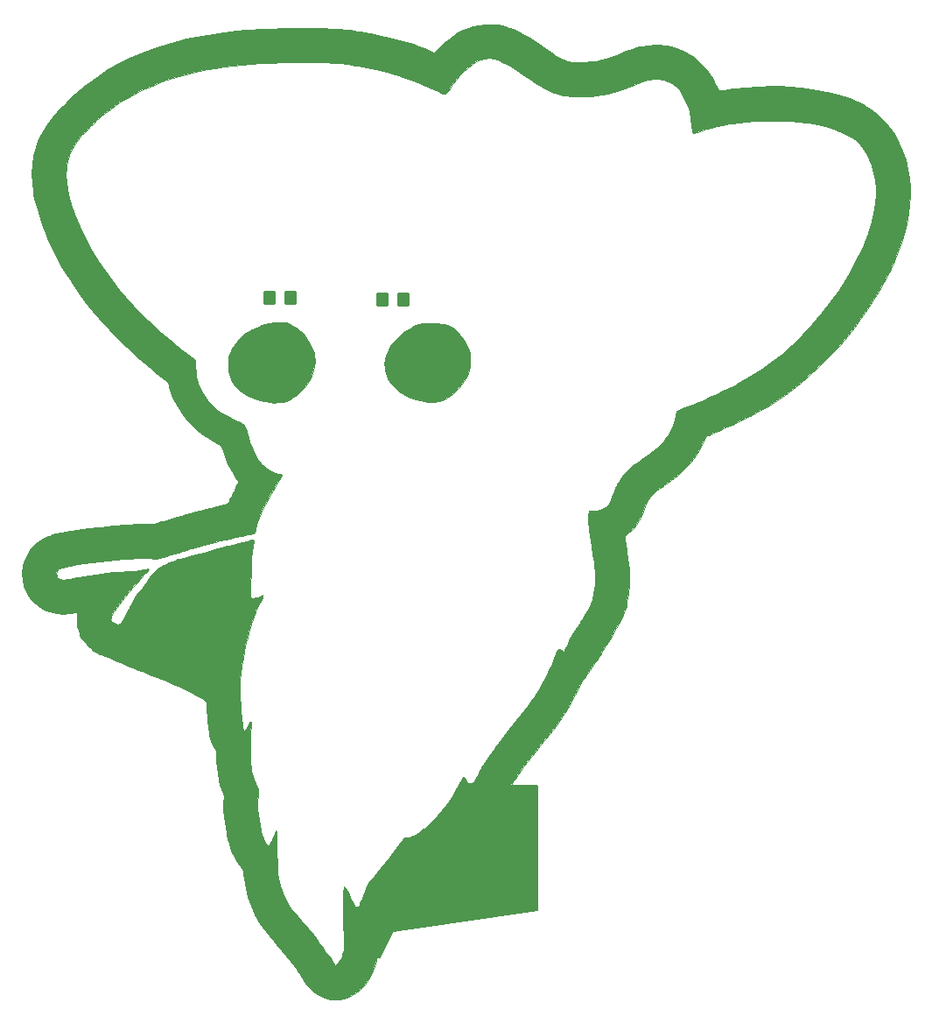
<source format=gbs>
G04 #@! TF.GenerationSoftware,KiCad,Pcbnew,8.0.3*
G04 #@! TF.CreationDate,2024-07-03T11:21:14-05:00*
G04 #@! TF.ProjectId,JiggleBilly,4a696767-6c65-4426-996c-6c792e6b6963,rev?*
G04 #@! TF.SameCoordinates,Original*
G04 #@! TF.FileFunction,Soldermask,Bot*
G04 #@! TF.FilePolarity,Negative*
%FSLAX46Y46*%
G04 Gerber Fmt 4.6, Leading zero omitted, Abs format (unit mm)*
G04 Created by KiCad (PCBNEW 8.0.3) date 2024-07-03 11:21:14*
%MOMM*%
%LPD*%
G01*
G04 APERTURE LIST*
G04 Aperture macros list*
%AMRoundRect*
0 Rectangle with rounded corners*
0 $1 Rounding radius*
0 $2 $3 $4 $5 $6 $7 $8 $9 X,Y pos of 4 corners*
0 Add a 4 corners polygon primitive as box body*
4,1,4,$2,$3,$4,$5,$6,$7,$8,$9,$2,$3,0*
0 Add four circle primitives for the rounded corners*
1,1,$1+$1,$2,$3*
1,1,$1+$1,$4,$5*
1,1,$1+$1,$6,$7*
1,1,$1+$1,$8,$9*
0 Add four rect primitives between the rounded corners*
20,1,$1+$1,$2,$3,$4,$5,0*
20,1,$1+$1,$4,$5,$6,$7,0*
20,1,$1+$1,$6,$7,$8,$9,0*
20,1,$1+$1,$8,$9,$2,$3,0*%
G04 Aperture macros list end*
%ADD10C,0.200000*%
%ADD11C,0.010000*%
%ADD12C,1.152495*%
%ADD13C,0.100000*%
%ADD14O,1.727200X1.727200*%
%ADD15R,1.727200X1.727200*%
%ADD16C,1.727200*%
%ADD17R,1.930400X2.438400*%
%ADD18R,1.955800X2.463800*%
%ADD19RoundRect,0.250000X0.350000X0.450000X-0.350000X0.450000X-0.350000X-0.450000X0.350000X-0.450000X0*%
%ADD20RoundRect,0.250000X-0.350000X-0.450000X0.350000X-0.450000X0.350000X0.450000X-0.350000X0.450000X0*%
G04 APERTURE END LIST*
D10*
X127381000Y-142494000D02*
X113411000Y-144526000D01*
X112141000Y-147066000D01*
X110744000Y-147066000D01*
X111379000Y-139827000D01*
X114935000Y-135636000D01*
X120269000Y-133223000D01*
X123571000Y-130429000D01*
X127381000Y-130429000D01*
X127381000Y-142494000D01*
G36*
X127381000Y-142494000D02*
G01*
X113411000Y-144526000D01*
X112141000Y-147066000D01*
X110744000Y-147066000D01*
X111379000Y-139827000D01*
X114935000Y-135636000D01*
X120269000Y-133223000D01*
X123571000Y-130429000D01*
X127381000Y-130429000D01*
X127381000Y-142494000D01*
G37*
D11*
X117378699Y-85749426D02*
X117764160Y-85770499D01*
X118114701Y-85803714D01*
X118414418Y-85847527D01*
X118647408Y-85900392D01*
X118667889Y-85906572D01*
X119015422Y-86055865D01*
X119356548Y-86281151D01*
X119683992Y-86573759D01*
X119990480Y-86925020D01*
X120268737Y-87326265D01*
X120511489Y-87768824D01*
X120711460Y-88244026D01*
X120767617Y-88409005D01*
X120853066Y-88755130D01*
X120902411Y-89131223D01*
X120914078Y-89508024D01*
X120886489Y-89856271D01*
X120854531Y-90022901D01*
X120679304Y-90568723D01*
X120425062Y-91099045D01*
X120097031Y-91606858D01*
X119700435Y-92085154D01*
X119240499Y-92526923D01*
X118722449Y-92925155D01*
X118659002Y-92968098D01*
X118255235Y-93188363D01*
X117824307Y-93328846D01*
X117368682Y-93389078D01*
X116890827Y-93368590D01*
X116704212Y-93339595D01*
X116168978Y-93224853D01*
X115646163Y-93083099D01*
X115153609Y-92920259D01*
X114709157Y-92742257D01*
X114330652Y-92555017D01*
X114315058Y-92546244D01*
X113942842Y-92294363D01*
X113589849Y-91976965D01*
X113274094Y-91613192D01*
X113013595Y-91222186D01*
X112940565Y-91085946D01*
X112853851Y-90875499D01*
X112771583Y-90608706D01*
X112700184Y-90313863D01*
X112646078Y-90019266D01*
X112615689Y-89753213D01*
X112611392Y-89635898D01*
X112647528Y-89292761D01*
X112750764Y-88920470D01*
X112913785Y-88530253D01*
X113129273Y-88133337D01*
X113389913Y-87740950D01*
X113688387Y-87364318D01*
X114017381Y-87014670D01*
X114369577Y-86703231D01*
X114661177Y-86490422D01*
X115096814Y-86223505D01*
X115504239Y-86021584D01*
X115901575Y-85878795D01*
X116306947Y-85789274D01*
X116738480Y-85747157D01*
X116974223Y-85742040D01*
X117378699Y-85749426D01*
G36*
X117378699Y-85749426D02*
G01*
X117764160Y-85770499D01*
X118114701Y-85803714D01*
X118414418Y-85847527D01*
X118647408Y-85900392D01*
X118667889Y-85906572D01*
X119015422Y-86055865D01*
X119356548Y-86281151D01*
X119683992Y-86573759D01*
X119990480Y-86925020D01*
X120268737Y-87326265D01*
X120511489Y-87768824D01*
X120711460Y-88244026D01*
X120767617Y-88409005D01*
X120853066Y-88755130D01*
X120902411Y-89131223D01*
X120914078Y-89508024D01*
X120886489Y-89856271D01*
X120854531Y-90022901D01*
X120679304Y-90568723D01*
X120425062Y-91099045D01*
X120097031Y-91606858D01*
X119700435Y-92085154D01*
X119240499Y-92526923D01*
X118722449Y-92925155D01*
X118659002Y-92968098D01*
X118255235Y-93188363D01*
X117824307Y-93328846D01*
X117368682Y-93389078D01*
X116890827Y-93368590D01*
X116704212Y-93339595D01*
X116168978Y-93224853D01*
X115646163Y-93083099D01*
X115153609Y-92920259D01*
X114709157Y-92742257D01*
X114330652Y-92555017D01*
X114315058Y-92546244D01*
X113942842Y-92294363D01*
X113589849Y-91976965D01*
X113274094Y-91613192D01*
X113013595Y-91222186D01*
X112940565Y-91085946D01*
X112853851Y-90875499D01*
X112771583Y-90608706D01*
X112700184Y-90313863D01*
X112646078Y-90019266D01*
X112615689Y-89753213D01*
X112611392Y-89635898D01*
X112647528Y-89292761D01*
X112750764Y-88920470D01*
X112913785Y-88530253D01*
X113129273Y-88133337D01*
X113389913Y-87740950D01*
X113688387Y-87364318D01*
X114017381Y-87014670D01*
X114369577Y-86703231D01*
X114661177Y-86490422D01*
X115096814Y-86223505D01*
X115504239Y-86021584D01*
X115901575Y-85878795D01*
X116306947Y-85789274D01*
X116738480Y-85747157D01*
X116974223Y-85742040D01*
X117378699Y-85749426D01*
G37*
X103607333Y-85940818D02*
X103827945Y-86057677D01*
X104046667Y-86184630D01*
X104238922Y-86306748D01*
X104380131Y-86409102D01*
X104385543Y-86413543D01*
X104686863Y-86701193D01*
X104976095Y-87049232D01*
X105242527Y-87439279D01*
X105475445Y-87852957D01*
X105664135Y-88271885D01*
X105797884Y-88677685D01*
X105850407Y-88926499D01*
X105882669Y-89387639D01*
X105842973Y-89872586D01*
X105734982Y-90367073D01*
X105562362Y-90856833D01*
X105328777Y-91327599D01*
X105167450Y-91585372D01*
X104965463Y-91846834D01*
X104706707Y-92127452D01*
X104410727Y-92409714D01*
X104097068Y-92676105D01*
X103785275Y-92909113D01*
X103494892Y-93091226D01*
X103474354Y-93102435D01*
X103139974Y-93253342D01*
X102781174Y-93355219D01*
X102384745Y-93410121D01*
X101937477Y-93420101D01*
X101563341Y-93399556D01*
X100947660Y-93311840D01*
X100310840Y-93147049D01*
X99648851Y-92904117D01*
X99578271Y-92874270D01*
X99087872Y-92621728D01*
X98651469Y-92308799D01*
X98274233Y-91940375D01*
X97961336Y-91521350D01*
X97762295Y-91156161D01*
X97655957Y-90904750D01*
X97582072Y-90667336D01*
X97535818Y-90418865D01*
X97512371Y-90134287D01*
X97506780Y-89828861D01*
X97518123Y-89423382D01*
X97555307Y-89078243D01*
X97624840Y-88771356D01*
X97733226Y-88480632D01*
X97886973Y-88183981D01*
X98082455Y-87874351D01*
X98329133Y-87536425D01*
X98589833Y-87231698D01*
X98849887Y-86976067D01*
X99075933Y-86797924D01*
X99191501Y-86726645D01*
X99366742Y-86627686D01*
X99585006Y-86510014D01*
X99829644Y-86382598D01*
X100084004Y-86254407D01*
X100096414Y-86248268D01*
X100457765Y-86074677D01*
X100766700Y-85940236D01*
X101043118Y-85840057D01*
X101306916Y-85769254D01*
X101577992Y-85722940D01*
X101876245Y-85696229D01*
X102221572Y-85684233D01*
X102400833Y-85682316D01*
X103083454Y-85678505D01*
X103607333Y-85940818D01*
G36*
X103607333Y-85940818D02*
G01*
X103827945Y-86057677D01*
X104046667Y-86184630D01*
X104238922Y-86306748D01*
X104380131Y-86409102D01*
X104385543Y-86413543D01*
X104686863Y-86701193D01*
X104976095Y-87049232D01*
X105242527Y-87439279D01*
X105475445Y-87852957D01*
X105664135Y-88271885D01*
X105797884Y-88677685D01*
X105850407Y-88926499D01*
X105882669Y-89387639D01*
X105842973Y-89872586D01*
X105734982Y-90367073D01*
X105562362Y-90856833D01*
X105328777Y-91327599D01*
X105167450Y-91585372D01*
X104965463Y-91846834D01*
X104706707Y-92127452D01*
X104410727Y-92409714D01*
X104097068Y-92676105D01*
X103785275Y-92909113D01*
X103494892Y-93091226D01*
X103474354Y-93102435D01*
X103139974Y-93253342D01*
X102781174Y-93355219D01*
X102384745Y-93410121D01*
X101937477Y-93420101D01*
X101563341Y-93399556D01*
X100947660Y-93311840D01*
X100310840Y-93147049D01*
X99648851Y-92904117D01*
X99578271Y-92874270D01*
X99087872Y-92621728D01*
X98651469Y-92308799D01*
X98274233Y-91940375D01*
X97961336Y-91521350D01*
X97762295Y-91156161D01*
X97655957Y-90904750D01*
X97582072Y-90667336D01*
X97535818Y-90418865D01*
X97512371Y-90134287D01*
X97506780Y-89828861D01*
X97518123Y-89423382D01*
X97555307Y-89078243D01*
X97624840Y-88771356D01*
X97733226Y-88480632D01*
X97886973Y-88183981D01*
X98082455Y-87874351D01*
X98329133Y-87536425D01*
X98589833Y-87231698D01*
X98849887Y-86976067D01*
X99075933Y-86797924D01*
X99191501Y-86726645D01*
X99366742Y-86627686D01*
X99585006Y-86510014D01*
X99829644Y-86382598D01*
X100084004Y-86254407D01*
X100096414Y-86248268D01*
X100457765Y-86074677D01*
X100766700Y-85940236D01*
X101043118Y-85840057D01*
X101306916Y-85769254D01*
X101577992Y-85722940D01*
X101876245Y-85696229D01*
X102221572Y-85684233D01*
X102400833Y-85682316D01*
X103083454Y-85678505D01*
X103607333Y-85940818D01*
G37*
X123187248Y-56865346D02*
X123569443Y-56914652D01*
X123940954Y-56983108D01*
X124308453Y-57073954D01*
X124678610Y-57190428D01*
X125058095Y-57335769D01*
X125453579Y-57513215D01*
X125871734Y-57726006D01*
X126319229Y-57977380D01*
X126802736Y-58270576D01*
X127328925Y-58608834D01*
X127904467Y-58995391D01*
X128536033Y-59433486D01*
X128667901Y-59526336D01*
X129122206Y-59830270D01*
X129543434Y-60075897D01*
X129948924Y-60272929D01*
X130145045Y-60353869D01*
X130377420Y-60424678D01*
X130670194Y-60484056D01*
X130999566Y-60529462D01*
X131341737Y-60558353D01*
X131672907Y-60568188D01*
X131969274Y-60556425D01*
X132007712Y-60552800D01*
X132602057Y-60483466D01*
X133132164Y-60402094D01*
X133618163Y-60303753D01*
X134080182Y-60183510D01*
X134538351Y-60036432D01*
X135012801Y-59857588D01*
X135258992Y-59756160D01*
X135768921Y-59545044D01*
X136216236Y-59369781D01*
X136613415Y-59227105D01*
X136972930Y-59113747D01*
X137307257Y-59026443D01*
X137628872Y-58961925D01*
X137950248Y-58916926D01*
X138283860Y-58888180D01*
X138632879Y-58872681D01*
X138937353Y-58865840D01*
X139180131Y-58865538D01*
X139384012Y-58872944D01*
X139571794Y-58889231D01*
X139766278Y-58915569D01*
X139902879Y-58937914D01*
X140616799Y-59101475D01*
X141294656Y-59341103D01*
X141933877Y-59655103D01*
X142531888Y-60041780D01*
X143086117Y-60499440D01*
X143593989Y-61026387D01*
X144052931Y-61620927D01*
X144114732Y-61711852D01*
X144245489Y-61919416D01*
X144390827Y-62169715D01*
X144537971Y-62438871D01*
X144674148Y-62703008D01*
X144786583Y-62938247D01*
X144848325Y-63083088D01*
X144903052Y-63190900D01*
X144959917Y-63255139D01*
X144981254Y-63263005D01*
X145047643Y-63257150D01*
X145176883Y-63241359D01*
X145348101Y-63218287D01*
X145479014Y-63199628D01*
X145863706Y-63148472D01*
X146313995Y-63096706D01*
X146810836Y-63045921D01*
X147335189Y-62997707D01*
X147868010Y-62953654D01*
X148390257Y-62915354D01*
X148882888Y-62884396D01*
X149326861Y-62862371D01*
X149639545Y-62852130D01*
X150746672Y-62850122D01*
X151835103Y-62893422D01*
X152898331Y-62980734D01*
X153929848Y-63110763D01*
X154923148Y-63282212D01*
X155871722Y-63493787D01*
X156769064Y-63744192D01*
X157608665Y-64032132D01*
X158384019Y-64356311D01*
X159088617Y-64715433D01*
X159136700Y-64742751D01*
X159826451Y-65185221D01*
X160459511Y-65690060D01*
X161035021Y-66255986D01*
X161552123Y-66881717D01*
X162009957Y-67565974D01*
X162407663Y-68307473D01*
X162744382Y-69104933D01*
X163019256Y-69957074D01*
X163227809Y-70844026D01*
X163367403Y-71711101D01*
X163444741Y-72572247D01*
X163459086Y-73435765D01*
X163409702Y-74309959D01*
X163295853Y-75203130D01*
X163116802Y-76123580D01*
X162871814Y-77079613D01*
X162595497Y-77973838D01*
X162286786Y-78825738D01*
X161914835Y-79716554D01*
X161485450Y-80636201D01*
X161004436Y-81574592D01*
X160477598Y-82521643D01*
X159910741Y-83467268D01*
X159309672Y-84401381D01*
X158680194Y-85313896D01*
X158028115Y-86194727D01*
X157429631Y-86948505D01*
X156575709Y-87947482D01*
X155686047Y-88911849D01*
X154770952Y-89831587D01*
X153840732Y-90696675D01*
X152905694Y-91497095D01*
X152094879Y-92134137D01*
X151353169Y-92673980D01*
X150599985Y-93185257D01*
X149823664Y-93674742D01*
X149012544Y-94149211D01*
X148154965Y-94615439D01*
X147239263Y-95080199D01*
X146253776Y-95550267D01*
X146062379Y-95638583D01*
X145815921Y-95750649D01*
X145540813Y-95873884D01*
X145249044Y-96003099D01*
X144952606Y-96133106D01*
X144663490Y-96258717D01*
X144393687Y-96374742D01*
X144155189Y-96475993D01*
X143959986Y-96557283D01*
X143820069Y-96613421D01*
X143754439Y-96637222D01*
X143700428Y-96680852D01*
X143632562Y-96786592D01*
X143546936Y-96961337D01*
X143469476Y-97139994D01*
X143126999Y-97849823D01*
X142703298Y-98537305D01*
X142198139Y-99202779D01*
X141611286Y-99846586D01*
X141576052Y-99881955D01*
X141290282Y-100158802D01*
X141007057Y-100413550D01*
X140711057Y-100658316D01*
X140386960Y-100905219D01*
X140019444Y-101166374D01*
X139593187Y-101453901D01*
X139564212Y-101473045D01*
X139228762Y-101705551D01*
X138916255Y-101943551D01*
X138637389Y-102177652D01*
X138402867Y-102398462D01*
X138223389Y-102596586D01*
X138123536Y-102737677D01*
X138072717Y-102840974D01*
X138003590Y-103004081D01*
X137924431Y-103206419D01*
X137843516Y-103427414D01*
X137825670Y-103478308D01*
X137740129Y-103717270D01*
X137649526Y-103958431D01*
X137564094Y-104175235D01*
X137494068Y-104341127D01*
X137487869Y-104354855D01*
X137241537Y-104818189D01*
X136937671Y-105263178D01*
X136592517Y-105668891D01*
X136222323Y-106014399D01*
X136162737Y-106062005D01*
X136029288Y-106172698D01*
X135926135Y-106270703D01*
X135868877Y-106340638D01*
X135862247Y-106358338D01*
X135867477Y-106414438D01*
X135883310Y-106543856D01*
X135908345Y-106736098D01*
X135941181Y-106980670D01*
X135980415Y-107267079D01*
X136024647Y-107584831D01*
X136051636Y-107776505D01*
X136139574Y-108425568D01*
X136208893Y-109003605D01*
X136259848Y-109522125D01*
X136292694Y-109992636D01*
X136307688Y-110426649D01*
X136305084Y-110835672D01*
X136285139Y-111231215D01*
X136248107Y-111624788D01*
X136194245Y-112027899D01*
X136151890Y-112291326D01*
X136080626Y-112684454D01*
X136006875Y-113025698D01*
X135923943Y-113334060D01*
X135825132Y-113628545D01*
X135703749Y-113928157D01*
X135553097Y-114251898D01*
X135366483Y-114618773D01*
X135263110Y-114814010D01*
X135062901Y-115187805D01*
X134896185Y-115496551D01*
X134757183Y-115750210D01*
X134640120Y-115958742D01*
X134539220Y-116132110D01*
X134448706Y-116280273D01*
X134362803Y-116413195D01*
X134275734Y-116540835D01*
X134198997Y-116649131D01*
X134087024Y-116811150D01*
X133957696Y-117007719D01*
X133820758Y-117222944D01*
X133685954Y-117440931D01*
X133563031Y-117645784D01*
X133461732Y-117821609D01*
X133391803Y-117952512D01*
X133368853Y-118003149D01*
X133333078Y-118067189D01*
X133255210Y-118188659D01*
X133142980Y-118356539D01*
X133004122Y-118559808D01*
X132846369Y-118787443D01*
X132677453Y-119028425D01*
X132505108Y-119271732D01*
X132337066Y-119506341D01*
X132181060Y-119721233D01*
X132044824Y-119905386D01*
X131936089Y-120047778D01*
X131919732Y-120068502D01*
X131812713Y-120210012D01*
X131723875Y-120339933D01*
X131669683Y-120433918D01*
X131664602Y-120445858D01*
X131626994Y-120529366D01*
X131554967Y-120675621D01*
X131454653Y-120873046D01*
X131332183Y-121110064D01*
X131193688Y-121375098D01*
X131045301Y-121656571D01*
X130893153Y-121942905D01*
X130743375Y-122222525D01*
X130602099Y-122483851D01*
X130475457Y-122715309D01*
X130369580Y-122905319D01*
X130290599Y-123042307D01*
X130280682Y-123058838D01*
X129970446Y-123550196D01*
X129617549Y-124072146D01*
X129241280Y-124597574D01*
X128860933Y-125099364D01*
X128578996Y-125450672D01*
X128109774Y-126022599D01*
X127655920Y-126583570D01*
X127221509Y-127128221D01*
X126810613Y-127651190D01*
X126427305Y-128147115D01*
X126075660Y-128610634D01*
X125759750Y-129036384D01*
X125483648Y-129419004D01*
X125251428Y-129753131D01*
X125067164Y-130033402D01*
X124949113Y-130229116D01*
X124839371Y-130427232D01*
X124708272Y-130670534D01*
X124572150Y-130928388D01*
X124447333Y-131170162D01*
X124445559Y-131173648D01*
X124327983Y-131395952D01*
X124203855Y-131615681D01*
X124086907Y-131809395D01*
X123990876Y-131953654D01*
X123979418Y-131969188D01*
X123642332Y-132354989D01*
X123245685Y-132702195D01*
X122808241Y-132996971D01*
X122348764Y-133225479D01*
X122197200Y-133283386D01*
X122044522Y-133339741D01*
X121938721Y-133391487D01*
X121856475Y-133457366D01*
X121774462Y-133556122D01*
X121669358Y-133706499D01*
X121667718Y-133708903D01*
X121393832Y-134089927D01*
X121075626Y-134497383D01*
X120722521Y-134921480D01*
X120343935Y-135352427D01*
X119949290Y-135780433D01*
X119548004Y-136195707D01*
X119149498Y-136588458D01*
X118763191Y-136948895D01*
X118398503Y-137267228D01*
X118064854Y-137533664D01*
X117822674Y-137705466D01*
X117674379Y-137797729D01*
X117474337Y-137914634D01*
X117246357Y-138042620D01*
X117014251Y-138168127D01*
X116961807Y-138195729D01*
X116394743Y-138492435D01*
X116022812Y-138988303D01*
X115725350Y-139380047D01*
X115414463Y-139780696D01*
X115102607Y-140174670D01*
X114802241Y-140546391D01*
X114525822Y-140880279D01*
X114285805Y-141160756D01*
X114284421Y-141162337D01*
X113889819Y-141612835D01*
X113557139Y-142474670D01*
X113453261Y-142741080D01*
X113353325Y-142992440D01*
X113263425Y-143213800D01*
X113189654Y-143390209D01*
X113138104Y-143506716D01*
X113128262Y-143527005D01*
X112913369Y-143882727D01*
X112631974Y-144237908D01*
X112334414Y-144540880D01*
X112005212Y-144844220D01*
X112000984Y-145635529D01*
X111980087Y-146267437D01*
X111922110Y-146838336D01*
X111823412Y-147365001D01*
X111680355Y-147864205D01*
X111489300Y-148352723D01*
X111345524Y-148656841D01*
X111047255Y-149177304D01*
X110702072Y-149649269D01*
X110317081Y-150066490D01*
X109899387Y-150422720D01*
X109456096Y-150711711D01*
X108994317Y-150927217D01*
X108637550Y-151037484D01*
X108373492Y-151085524D01*
X108070004Y-151116046D01*
X107761010Y-151127338D01*
X107480431Y-151117690D01*
X107348545Y-151102530D01*
X106856976Y-150985216D01*
X106385266Y-150794377D01*
X105943859Y-150537908D01*
X105543198Y-150223702D01*
X105193726Y-149859651D01*
X104905886Y-149453649D01*
X104738114Y-149129502D01*
X104652772Y-148970992D01*
X104541770Y-148808010D01*
X104492848Y-148747813D01*
X104421316Y-148658717D01*
X104312271Y-148513371D01*
X104175738Y-148325588D01*
X104021737Y-148109180D01*
X103860292Y-147877963D01*
X103832462Y-147837647D01*
X103644856Y-147572902D01*
X103436543Y-147291439D01*
X103224886Y-147015918D01*
X103027248Y-146768999D01*
X102881178Y-146596172D01*
X102626902Y-146305227D01*
X102364512Y-146002766D01*
X102102002Y-145698184D01*
X101847368Y-145400879D01*
X101608605Y-145120247D01*
X101393707Y-144865686D01*
X101210669Y-144646591D01*
X101067487Y-144472361D01*
X100972241Y-144352505D01*
X100484264Y-143649802D01*
X100062246Y-142900478D01*
X99705391Y-142102410D01*
X99412902Y-141253480D01*
X99183982Y-140351568D01*
X99017835Y-139394553D01*
X98972812Y-139032351D01*
X98947165Y-138816678D01*
X98923485Y-138666212D01*
X98896221Y-138561831D01*
X98859821Y-138484410D01*
X98808735Y-138414826D01*
X98785843Y-138388196D01*
X98588851Y-138136481D01*
X98381004Y-137822423D01*
X98173182Y-137465506D01*
X97976267Y-137085215D01*
X97801139Y-136701036D01*
X97695954Y-136436495D01*
X97568298Y-136051939D01*
X97458171Y-135642565D01*
X97372662Y-135238777D01*
X97318859Y-134870977D01*
X97310952Y-134785172D01*
X97289882Y-134594437D01*
X97254970Y-134357959D01*
X97211930Y-134112368D01*
X97185034Y-133978012D01*
X97079242Y-133378356D01*
X97026445Y-132815726D01*
X97024714Y-132262719D01*
X97043533Y-131967774D01*
X97062594Y-131735256D01*
X97072840Y-131569593D01*
X97073366Y-131453345D01*
X97063266Y-131369071D01*
X97041635Y-131299331D01*
X97007569Y-131226684D01*
X97004782Y-131221210D01*
X96826513Y-130819202D01*
X96678096Y-130367909D01*
X96558192Y-129860725D01*
X96465460Y-129291042D01*
X96398563Y-128652251D01*
X96360735Y-128043960D01*
X96317592Y-127098438D01*
X96162650Y-126856638D01*
X95970298Y-126508310D01*
X95810132Y-126124126D01*
X95708782Y-125782995D01*
X95687284Y-125664573D01*
X95660171Y-125475405D01*
X95628896Y-125229116D01*
X95594909Y-124939331D01*
X95559664Y-124619676D01*
X95524610Y-124283775D01*
X95491202Y-123945255D01*
X95460889Y-123617740D01*
X95435124Y-123314854D01*
X95415358Y-123050225D01*
X95411758Y-122995338D01*
X95396019Y-122731845D01*
X95381578Y-122537028D01*
X95359909Y-122395467D01*
X95322488Y-122291745D01*
X95260791Y-122210440D01*
X95166292Y-122136135D01*
X95030468Y-122053410D01*
X94844792Y-121946846D01*
X94826080Y-121935986D01*
X94477592Y-121738348D01*
X94113739Y-121542407D01*
X93727786Y-121345141D01*
X93312996Y-121143528D01*
X92862632Y-120934545D01*
X92369958Y-120715171D01*
X91828238Y-120482383D01*
X91230735Y-120233158D01*
X90570712Y-119964474D01*
X89841432Y-119673310D01*
X89356879Y-119482267D01*
X88788479Y-119257931D01*
X88241441Y-119039769D01*
X87722640Y-118830628D01*
X87238950Y-118633359D01*
X86797248Y-118450813D01*
X86404408Y-118285837D01*
X86067305Y-118141283D01*
X85792814Y-118020001D01*
X85587812Y-117924839D01*
X85526492Y-117894567D01*
X85387977Y-117834197D01*
X85262435Y-117795712D01*
X85208212Y-117788338D01*
X85066006Y-117758598D01*
X84879668Y-117675167D01*
X84662318Y-117546728D01*
X84427076Y-117381967D01*
X84187061Y-117189567D01*
X83955394Y-116978212D01*
X83898074Y-116921153D01*
X83680252Y-116696265D01*
X83513670Y-116512311D01*
X83387244Y-116352917D01*
X83289890Y-116201711D01*
X83210524Y-116042317D01*
X83138062Y-115858363D01*
X83095238Y-115735172D01*
X83003062Y-115453554D01*
X82937724Y-115225126D01*
X82895226Y-115024224D01*
X82871570Y-114825185D01*
X82862760Y-114602348D01*
X82864795Y-114330048D01*
X82866208Y-114264998D01*
X82879879Y-113675532D01*
X82752879Y-113701381D01*
X82107393Y-113805896D01*
X81514572Y-113845718D01*
X80972490Y-113820868D01*
X80479219Y-113731370D01*
X80466879Y-113728141D01*
X79934954Y-113545079D01*
X79440147Y-113289144D01*
X78988385Y-112966177D01*
X78585598Y-112582016D01*
X78237713Y-112142501D01*
X77950658Y-111653472D01*
X77730361Y-111120770D01*
X77689649Y-110992317D01*
X77630701Y-110726872D01*
X77591518Y-110406724D01*
X77573068Y-110059726D01*
X77574042Y-109955945D01*
X80848966Y-109955945D01*
X80885083Y-110160787D01*
X80963223Y-110306560D01*
X81043904Y-110404028D01*
X81137641Y-110475004D01*
X81254635Y-110520162D01*
X81405091Y-110540179D01*
X81599212Y-110535731D01*
X81847202Y-110507492D01*
X82159263Y-110456140D01*
X82435379Y-110404057D01*
X82956098Y-110307268D01*
X83508078Y-110213434D01*
X84079316Y-110124039D01*
X84657806Y-110040566D01*
X85231544Y-109964498D01*
X85788527Y-109897321D01*
X86316750Y-109840516D01*
X86804208Y-109795568D01*
X87238898Y-109763961D01*
X87608815Y-109747178D01*
X87769379Y-109744804D01*
X88389225Y-109718813D01*
X88970885Y-109643766D01*
X89319612Y-109569587D01*
X89540770Y-109520812D01*
X89688098Y-109504911D01*
X89765943Y-109522246D01*
X89778649Y-109573181D01*
X89764474Y-109606793D01*
X89723989Y-109659260D01*
X89634453Y-109762478D01*
X89505308Y-109905986D01*
X89345996Y-110079320D01*
X89165958Y-110272018D01*
X89124002Y-110316505D01*
X88270797Y-111256194D01*
X87461550Y-112220756D01*
X86901635Y-112938337D01*
X86645457Y-113286031D01*
X86444369Y-113579283D01*
X86295291Y-113825172D01*
X86195141Y-114030772D01*
X86140837Y-114203163D01*
X86129299Y-114349420D01*
X86157444Y-114476621D01*
X86197498Y-114555556D01*
X86289206Y-114655440D01*
X86426057Y-114753047D01*
X86581759Y-114834735D01*
X86730022Y-114886863D01*
X86844551Y-114895788D01*
X86850632Y-114894441D01*
X87049448Y-114803635D01*
X87214389Y-114638252D01*
X87345499Y-114401672D01*
X87431727Y-114217283D01*
X87539711Y-114010670D01*
X87633638Y-113847442D01*
X87710988Y-113713912D01*
X87815014Y-113524103D01*
X87935170Y-113297782D01*
X88060913Y-113054716D01*
X88141895Y-112894614D01*
X88387058Y-112433551D01*
X88633043Y-112033190D01*
X88895177Y-111670822D01*
X89188786Y-111323734D01*
X89238872Y-111269005D01*
X89376849Y-111105462D01*
X89508865Y-110924989D01*
X89609601Y-110762601D01*
X89621528Y-110739838D01*
X89865708Y-110331471D01*
X90166113Y-109951603D01*
X90505508Y-109619739D01*
X90817379Y-109386347D01*
X90999170Y-109279075D01*
X91237839Y-109152408D01*
X91511063Y-109016877D01*
X91796518Y-108883013D01*
X92071880Y-108761346D01*
X92314826Y-108662408D01*
X92468379Y-108607493D01*
X92639645Y-108557563D01*
X92855792Y-108502055D01*
X93078418Y-108450660D01*
X93148314Y-108435935D01*
X93274691Y-108407119D01*
X93471970Y-108358257D01*
X93729528Y-108292150D01*
X94036742Y-108211598D01*
X94382988Y-108119402D01*
X94757642Y-108018363D01*
X95150083Y-107911281D01*
X95406844Y-107840546D01*
X96142187Y-107638113D01*
X96819773Y-107453472D01*
X97437246Y-107287222D01*
X97992249Y-107139963D01*
X98482425Y-107012293D01*
X98905418Y-106904811D01*
X99258870Y-106818117D01*
X99540425Y-106752810D01*
X99747725Y-106709488D01*
X99878414Y-106688752D01*
X99929803Y-106690830D01*
X99941055Y-106752785D01*
X99932177Y-106896203D01*
X99903141Y-107121337D01*
X99854643Y-107424206D01*
X99820723Y-107630900D01*
X99793279Y-107819578D01*
X99771290Y-108004290D01*
X99753731Y-108199090D01*
X99739579Y-108418029D01*
X99727812Y-108675158D01*
X99717406Y-108984530D01*
X99707338Y-109360197D01*
X99704156Y-109491005D01*
X99694778Y-109862686D01*
X99684348Y-110241200D01*
X99673408Y-110609164D01*
X99662500Y-110949198D01*
X99652165Y-111243919D01*
X99642946Y-111475944D01*
X99640775Y-111524363D01*
X99629877Y-111775842D01*
X99624785Y-111956692D01*
X99626396Y-112080810D01*
X99635605Y-112162090D01*
X99653307Y-112214428D01*
X99680397Y-112251719D01*
X99688174Y-112259753D01*
X99794643Y-112311332D01*
X99957177Y-112321660D01*
X100159014Y-112292663D01*
X100383391Y-112226271D01*
X100537567Y-112162025D01*
X100675750Y-112098336D01*
X100780816Y-112051742D01*
X100832327Y-112031276D01*
X100833965Y-112031005D01*
X100856491Y-112064562D01*
X100842439Y-112154078D01*
X100798635Y-112282814D01*
X100731906Y-112434035D01*
X100649078Y-112591003D01*
X100556979Y-112736983D01*
X100531786Y-112771838D01*
X100458057Y-112887721D01*
X100407147Y-112997718D01*
X100404936Y-113004672D01*
X100377476Y-113078980D01*
X100322609Y-113214751D01*
X100246995Y-113395938D01*
X100157294Y-113606493D01*
X100102611Y-113733050D01*
X99969760Y-114056595D01*
X99847604Y-114394204D01*
X99728790Y-114767815D01*
X99605972Y-115199365D01*
X99583507Y-115282524D01*
X99463321Y-115738369D01*
X99349276Y-116186201D01*
X99243739Y-116615731D01*
X99149076Y-117016670D01*
X99067655Y-117378727D01*
X99001840Y-117691613D01*
X98954000Y-117945038D01*
X98926500Y-118128713D01*
X98924419Y-118148172D01*
X98900994Y-118334582D01*
X98865614Y-118560561D01*
X98825121Y-118783126D01*
X98816589Y-118825505D01*
X98700252Y-119530654D01*
X98631820Y-120284612D01*
X98610956Y-121094120D01*
X98637324Y-121965923D01*
X98649632Y-122169838D01*
X98675201Y-122532947D01*
X98706321Y-122931574D01*
X98741143Y-123345048D01*
X98777820Y-123752696D01*
X98814501Y-124133846D01*
X98849341Y-124467827D01*
X98874830Y-124688672D01*
X98899424Y-124875971D01*
X98921300Y-124995158D01*
X98946118Y-125062367D01*
X98979541Y-125093736D01*
X99020737Y-125104533D01*
X99122217Y-125080650D01*
X99229634Y-124996789D01*
X99323877Y-124873845D01*
X99385833Y-124732716D01*
X99394187Y-124696222D01*
X99441056Y-124525235D01*
X99508241Y-124388816D01*
X99585470Y-124299871D01*
X99662467Y-124271302D01*
X99712750Y-124296110D01*
X99720713Y-124348544D01*
X99718656Y-124468126D01*
X99707420Y-124638038D01*
X99687844Y-124841460D01*
X99683586Y-124879581D01*
X99662652Y-125120833D01*
X99645911Y-125430374D01*
X99633465Y-125791926D01*
X99625413Y-126189208D01*
X99621854Y-126605944D01*
X99622889Y-127025853D01*
X99628618Y-127432658D01*
X99639139Y-127810080D01*
X99654552Y-128141839D01*
X99662829Y-128268040D01*
X99697932Y-128660153D01*
X99743891Y-128990426D01*
X99806014Y-129281503D01*
X99889605Y-129556031D01*
X99999973Y-129836652D01*
X100064099Y-129980338D01*
X100180419Y-130234476D01*
X100265855Y-130432153D01*
X100324417Y-130594054D01*
X100360113Y-130740860D01*
X100376953Y-130893254D01*
X100378945Y-131071919D01*
X100370098Y-131297537D01*
X100359164Y-131502599D01*
X100338660Y-131935470D01*
X100328682Y-132297252D01*
X100329665Y-132600918D01*
X100342043Y-132859443D01*
X100366253Y-133085800D01*
X100402729Y-133292964D01*
X100422062Y-133378416D01*
X100463248Y-133574724D01*
X100506241Y-133821342D01*
X100545476Y-134084238D01*
X100571280Y-134291135D01*
X100641543Y-134756044D01*
X100747352Y-135169716D01*
X100897374Y-135561199D01*
X101031692Y-135834501D01*
X101138855Y-136029878D01*
X101229269Y-136172556D01*
X101308380Y-136259262D01*
X101381639Y-136286724D01*
X101454491Y-136251671D01*
X101532385Y-136150830D01*
X101620770Y-135980931D01*
X101725093Y-135738701D01*
X101850801Y-135420868D01*
X101890167Y-135318937D01*
X101974220Y-135102207D01*
X102034211Y-134953694D01*
X102075962Y-134862397D01*
X102105293Y-134817316D01*
X102128026Y-134807449D01*
X102149983Y-134821797D01*
X102152129Y-134823909D01*
X102159067Y-134871426D01*
X102166502Y-134995132D01*
X102174199Y-135186553D01*
X102181920Y-135437215D01*
X102189431Y-135738644D01*
X102196496Y-136082365D01*
X102202879Y-136459904D01*
X102207963Y-136831214D01*
X102213726Y-137293502D01*
X102219089Y-137680513D01*
X102224562Y-138001634D01*
X102230651Y-138266250D01*
X102237867Y-138483749D01*
X102246717Y-138663514D01*
X102257710Y-138814933D01*
X102271355Y-138947391D01*
X102288160Y-139070273D01*
X102308634Y-139192967D01*
X102333286Y-139324856D01*
X102346870Y-139394794D01*
X102517526Y-140123943D01*
X102732027Y-140790789D01*
X102988871Y-141391517D01*
X103286558Y-141922310D01*
X103417517Y-142115285D01*
X103557654Y-142301462D01*
X103752455Y-142545955D01*
X103998871Y-142845132D01*
X104293852Y-143195363D01*
X104634348Y-143593015D01*
X105017309Y-144034458D01*
X105312057Y-144371040D01*
X105539338Y-144638932D01*
X105789608Y-144949367D01*
X106040355Y-145273489D01*
X106269068Y-145582443D01*
X106383583Y-145744516D01*
X106550181Y-145982210D01*
X106717196Y-146214185D01*
X106872839Y-146424518D01*
X107005317Y-146597288D01*
X107102838Y-146716570D01*
X107106559Y-146720814D01*
X107312900Y-146979719D01*
X107494650Y-147254702D01*
X107633201Y-147516743D01*
X107664546Y-147591005D01*
X107740003Y-147753761D01*
X107807261Y-147834605D01*
X107839087Y-147845005D01*
X107884607Y-147816575D01*
X107968670Y-147742274D01*
X108066365Y-147645049D01*
X108184785Y-147500704D01*
X108307327Y-147318536D01*
X108402451Y-147147633D01*
X108487687Y-146959307D01*
X108557116Y-146772501D01*
X108611546Y-146577545D01*
X108651783Y-146364769D01*
X108678636Y-146124503D01*
X108692910Y-145847076D01*
X108695413Y-145522819D01*
X108686953Y-145142061D01*
X108668337Y-144695133D01*
X108644604Y-144246672D01*
X108631286Y-143952817D01*
X108621197Y-143609375D01*
X108614259Y-143229342D01*
X108610391Y-142825720D01*
X108609515Y-142411505D01*
X108611551Y-141999697D01*
X108616419Y-141603295D01*
X108624042Y-141235297D01*
X108634338Y-140908702D01*
X108647229Y-140636509D01*
X108662637Y-140431716D01*
X108668184Y-140381749D01*
X108693485Y-140178660D01*
X108794518Y-140273575D01*
X108871079Y-140367186D01*
X108954913Y-140501300D01*
X108996983Y-140582498D01*
X109179041Y-140966369D01*
X109328744Y-141280802D01*
X109449940Y-141532895D01*
X109546476Y-141729745D01*
X109622200Y-141878452D01*
X109680961Y-141986113D01*
X109726607Y-142059825D01*
X109762985Y-142106687D01*
X109793943Y-142133797D01*
X109823330Y-142148252D01*
X109849967Y-142155897D01*
X109927246Y-142170733D01*
X109993983Y-142167798D01*
X110055093Y-142139314D01*
X110115486Y-142077503D01*
X110180077Y-141974587D01*
X110253776Y-141822788D01*
X110341498Y-141614328D01*
X110448154Y-141341430D01*
X110573220Y-141010798D01*
X110697865Y-140679912D01*
X110800647Y-140414431D01*
X110889583Y-140200543D01*
X110972690Y-140024432D01*
X111057984Y-139872287D01*
X111153483Y-139730292D01*
X111267202Y-139584635D01*
X111407160Y-139421502D01*
X111581372Y-139227079D01*
X111656794Y-139143699D01*
X111944937Y-138814256D01*
X112276746Y-138414716D01*
X112650931Y-137946730D01*
X113066204Y-137411947D01*
X113521278Y-136812018D01*
X114014863Y-136148594D01*
X114335230Y-135712174D01*
X114457202Y-135555351D01*
X114547435Y-135464653D01*
X114614656Y-135431833D01*
X114631563Y-135432029D01*
X114730492Y-135446961D01*
X114857035Y-135466973D01*
X114864235Y-135468138D01*
X114992703Y-135457486D01*
X115172718Y-135398204D01*
X115391932Y-135297214D01*
X115637997Y-135161438D01*
X115898567Y-134997798D01*
X116161294Y-134813217D01*
X116413832Y-134614617D01*
X116466958Y-134569593D01*
X116882681Y-134192900D01*
X117319727Y-133762119D01*
X117759090Y-133297605D01*
X118181765Y-132819715D01*
X118568748Y-132348806D01*
X118705953Y-132171360D01*
X118835915Y-131988017D01*
X118994361Y-131745579D01*
X119171514Y-131460480D01*
X119357600Y-131149155D01*
X119542843Y-130828038D01*
X119717467Y-130513563D01*
X119871696Y-130222164D01*
X119908524Y-130149672D01*
X120004375Y-129961586D01*
X120089748Y-129798807D01*
X120155948Y-129677585D01*
X120194284Y-129614173D01*
X120196471Y-129611371D01*
X120260753Y-129575408D01*
X120331300Y-129616880D01*
X120410746Y-129738159D01*
X120465180Y-129853441D01*
X120552373Y-130025438D01*
X120643758Y-130129154D01*
X120758750Y-130179595D01*
X120903012Y-130191847D01*
X121017653Y-130184773D01*
X121115898Y-130157757D01*
X121205903Y-130101738D01*
X121295824Y-130007653D01*
X121393816Y-129866440D01*
X121508035Y-129669039D01*
X121646636Y-129406386D01*
X121695085Y-129311756D01*
X121843721Y-129023429D01*
X121979239Y-128769532D01*
X122109802Y-128537234D01*
X122243574Y-128313701D01*
X122388718Y-128086100D01*
X122553399Y-127841596D01*
X122745779Y-127567358D01*
X122974022Y-127250552D01*
X123222178Y-126911172D01*
X123459519Y-126590032D01*
X123692442Y-126279445D01*
X123928381Y-125969966D01*
X124174770Y-125652152D01*
X124439045Y-125316559D01*
X124728639Y-124953744D01*
X125050987Y-124554261D01*
X125413524Y-124108667D01*
X125804968Y-123630338D01*
X126152840Y-123194272D01*
X126499371Y-122737553D01*
X126832544Y-122277116D01*
X127140340Y-121829897D01*
X127410741Y-121412829D01*
X127592501Y-121111505D01*
X127839564Y-120670097D01*
X128086099Y-120203273D01*
X128323937Y-119728101D01*
X128544905Y-119261649D01*
X128740832Y-118820986D01*
X128903548Y-118423180D01*
X128985612Y-118201443D01*
X129073401Y-117955751D01*
X129156277Y-117732050D01*
X129228613Y-117544899D01*
X129284783Y-117408857D01*
X129318996Y-117338735D01*
X129414141Y-117254846D01*
X129537708Y-117250476D01*
X129689938Y-117325639D01*
X129742879Y-117365005D01*
X129842222Y-117439410D01*
X129914265Y-117485118D01*
X129932638Y-117492005D01*
X129994050Y-117456835D01*
X130067655Y-117349026D01*
X130155381Y-117165133D01*
X130252186Y-116920505D01*
X130560886Y-116197221D01*
X130926927Y-115530921D01*
X131347658Y-114926377D01*
X131390724Y-114871895D01*
X131526219Y-114690821D01*
X131667052Y-114484313D01*
X131782871Y-114296888D01*
X131783471Y-114295838D01*
X131865910Y-114151789D01*
X131978104Y-113956259D01*
X132107498Y-113731105D01*
X132241538Y-113498182D01*
X132294157Y-113406838D01*
X132448291Y-113131394D01*
X132563662Y-112904248D01*
X132649866Y-112704203D01*
X132716500Y-112510062D01*
X132744580Y-112411903D01*
X132855482Y-111947470D01*
X132931254Y-111492878D01*
X132975422Y-111019433D01*
X132991513Y-110498443D01*
X132991707Y-110401172D01*
X132990148Y-110195217D01*
X132985386Y-110005395D01*
X132976169Y-109818749D01*
X132961245Y-109622322D01*
X132939362Y-109403157D01*
X132909268Y-109148298D01*
X132869711Y-108844788D01*
X132819439Y-108479671D01*
X132776944Y-108178672D01*
X132725755Y-107821879D01*
X132676247Y-107483349D01*
X132630133Y-107174303D01*
X132589122Y-106905959D01*
X132554927Y-106689537D01*
X132529258Y-106536255D01*
X132515462Y-106464172D01*
X132460050Y-106166503D01*
X132413097Y-105810011D01*
X132377005Y-105420322D01*
X132354176Y-105023060D01*
X132346957Y-104666614D01*
X132346911Y-104387705D01*
X132349913Y-104182560D01*
X132361566Y-104040314D01*
X132387476Y-103950102D01*
X132433249Y-103901062D01*
X132504490Y-103882327D01*
X132606805Y-103883034D01*
X132745798Y-103892319D01*
X132746426Y-103892358D01*
X133159602Y-103882962D01*
X133532710Y-103799804D01*
X133869237Y-103641729D01*
X134153153Y-103425806D01*
X134264953Y-103311569D01*
X134361751Y-103183749D01*
X134451346Y-103027593D01*
X134541538Y-102828343D01*
X134640129Y-102571243D01*
X134710701Y-102371077D01*
X134842025Y-102002604D01*
X134961479Y-101697637D01*
X135077723Y-101437541D01*
X135199418Y-101203683D01*
X135335224Y-100977427D01*
X135415185Y-100855265D01*
X135643893Y-100534025D01*
X135885951Y-100236644D01*
X136151781Y-99953527D01*
X136451806Y-99675077D01*
X136796446Y-99391697D01*
X137196124Y-99093793D01*
X137661261Y-98771767D01*
X137722712Y-98730552D01*
X138177212Y-98419319D01*
X138566091Y-98135586D01*
X138899822Y-97869734D01*
X139188880Y-97612145D01*
X139443738Y-97353198D01*
X139674872Y-97083274D01*
X139892754Y-96792754D01*
X139995925Y-96642838D01*
X140279320Y-96156160D01*
X140513093Y-95621559D01*
X140686189Y-95066485D01*
X140750043Y-94770642D01*
X140794957Y-94535923D01*
X140835565Y-94370264D01*
X140879295Y-94258872D01*
X140933577Y-94186956D01*
X141005837Y-94139727D01*
X141082007Y-94109631D01*
X141607288Y-93921005D01*
X142187955Y-93698346D01*
X142808557Y-93448452D01*
X143453647Y-93178122D01*
X144107774Y-92894155D01*
X144755491Y-92603348D01*
X145381348Y-92312500D01*
X145969896Y-92028410D01*
X146505686Y-91757876D01*
X146887879Y-91554724D01*
X148076393Y-90869247D01*
X149188098Y-90154230D01*
X150221809Y-89410471D01*
X151007721Y-88781969D01*
X152038991Y-87869825D01*
X153044782Y-86889253D01*
X154014132Y-85852746D01*
X154936078Y-84772798D01*
X155799657Y-83661901D01*
X156593907Y-82532548D01*
X156888635Y-82080172D01*
X157271762Y-81459718D01*
X157647365Y-80815547D01*
X158009154Y-80160131D01*
X158350838Y-79505941D01*
X158666127Y-78865448D01*
X158948731Y-78251126D01*
X159192361Y-77675444D01*
X159390726Y-77150876D01*
X159425315Y-77050529D01*
X159677987Y-76247122D01*
X159874439Y-75493754D01*
X160016925Y-74779235D01*
X160107699Y-74092372D01*
X160147895Y-73461708D01*
X160140048Y-72680398D01*
X160069878Y-71925676D01*
X159939370Y-71203852D01*
X159750510Y-70521238D01*
X159505284Y-69884147D01*
X159205677Y-69298890D01*
X158853674Y-68771778D01*
X158563968Y-68426465D01*
X158193833Y-68080891D01*
X157746162Y-67757980D01*
X157225491Y-67459609D01*
X156636361Y-67187655D01*
X155983308Y-66943993D01*
X155270871Y-66730501D01*
X154503589Y-66549054D01*
X153685999Y-66401529D01*
X153654630Y-66396714D01*
X153238602Y-66335634D01*
X152860078Y-66285999D01*
X152502666Y-66246713D01*
X152149971Y-66216682D01*
X151785602Y-66194811D01*
X151393165Y-66180005D01*
X150956267Y-66171169D01*
X150458515Y-66167209D01*
X150211045Y-66166726D01*
X149791588Y-66166938D01*
X149440403Y-66168579D01*
X149141095Y-66172425D01*
X148877273Y-66179255D01*
X148632543Y-66189845D01*
X148390512Y-66204973D01*
X148134787Y-66225417D01*
X147848976Y-66251953D01*
X147516685Y-66285358D01*
X147353545Y-66302224D01*
X147009001Y-66338949D01*
X146673943Y-66376400D01*
X146362522Y-66412864D01*
X146088888Y-66446632D01*
X145867189Y-66475991D01*
X145711577Y-66499229D01*
X145681379Y-66504479D01*
X145266171Y-66589778D01*
X144796335Y-66702097D01*
X144295046Y-66835061D01*
X143785480Y-66982293D01*
X143290810Y-67137421D01*
X142911802Y-67266312D01*
X142715667Y-67333286D01*
X142583497Y-67371071D01*
X142500902Y-67382548D01*
X142453491Y-67370601D01*
X142441689Y-67360500D01*
X142420086Y-67301140D01*
X142393434Y-67173407D01*
X142364431Y-66993237D01*
X142335775Y-66776568D01*
X142321360Y-66649672D01*
X142225672Y-65937942D01*
X142097820Y-65298703D01*
X141935508Y-64725225D01*
X141736443Y-64210777D01*
X141498331Y-63748628D01*
X141218877Y-63332047D01*
X141168431Y-63266967D01*
X140825820Y-62894280D01*
X140447204Y-62597968D01*
X140031201Y-62377367D01*
X139576427Y-62231815D01*
X139081502Y-62160650D01*
X138844545Y-62152716D01*
X138594317Y-62160446D01*
X138346719Y-62186819D01*
X138089481Y-62235208D01*
X137810329Y-62308982D01*
X137496993Y-62411514D01*
X137137200Y-62546173D01*
X136718678Y-62716330D01*
X136579712Y-62774856D01*
X136208209Y-62930138D01*
X135893772Y-63055948D01*
X135616996Y-63159156D01*
X135358475Y-63246630D01*
X135098806Y-63325241D01*
X134818583Y-63401859D01*
X134780545Y-63411794D01*
X134226662Y-63543319D01*
X133658163Y-63655068D01*
X133090492Y-63745191D01*
X132539089Y-63811835D01*
X132019399Y-63853148D01*
X131546864Y-63867280D01*
X131136926Y-63852378D01*
X131118712Y-63850868D01*
X130647698Y-63806668D01*
X130248301Y-63759694D01*
X129907470Y-63707488D01*
X129612156Y-63647595D01*
X129349308Y-63577555D01*
X129105878Y-63494912D01*
X128993741Y-63450721D01*
X128667696Y-63313429D01*
X128372831Y-63180816D01*
X128096375Y-63045499D01*
X127825560Y-62900095D01*
X127547617Y-62737221D01*
X127249775Y-62549494D01*
X126919267Y-62329530D01*
X126543323Y-62069947D01*
X126257366Y-61868558D01*
X125668514Y-61461401D01*
X125130700Y-61110073D01*
X124645633Y-60815581D01*
X124215022Y-60578926D01*
X123840577Y-60401115D01*
X123600830Y-60308068D01*
X123167410Y-60191465D01*
X122747585Y-60145192D01*
X122336401Y-60170914D01*
X121928901Y-60270297D01*
X121520131Y-60445006D01*
X121105136Y-60696706D01*
X120678959Y-61027063D01*
X120236646Y-61437743D01*
X120235145Y-61439243D01*
X119867630Y-61829542D01*
X119517989Y-62245123D01*
X119204542Y-62662972D01*
X118948070Y-63055946D01*
X118812679Y-63276743D01*
X118707350Y-63431901D01*
X118623717Y-63531222D01*
X118553415Y-63584513D01*
X118488079Y-63601577D01*
X118482464Y-63601671D01*
X118414855Y-63584451D01*
X118283677Y-63536331D01*
X118101895Y-63462620D01*
X117882473Y-63368627D01*
X117638375Y-63259663D01*
X117561206Y-63224358D01*
X116605117Y-62802284D01*
X115627696Y-62404855D01*
X114653795Y-62041602D01*
X113708269Y-61722052D01*
X113359753Y-61613510D01*
X113145905Y-61553520D01*
X112862470Y-61481450D01*
X112523181Y-61400255D01*
X112141772Y-61312885D01*
X111731977Y-61222295D01*
X111307529Y-61131438D01*
X110882164Y-61043265D01*
X110469613Y-60960730D01*
X110083613Y-60886785D01*
X109737895Y-60824384D01*
X109521015Y-60788163D01*
X108951223Y-60707691D01*
X108339985Y-60641918D01*
X107680783Y-60590541D01*
X106967100Y-60553255D01*
X106192419Y-60529758D01*
X105350223Y-60519744D01*
X104433996Y-60522912D01*
X103961879Y-60529090D01*
X102788862Y-60553742D01*
X101691998Y-60589579D01*
X100663409Y-60637431D01*
X99695216Y-60698129D01*
X98779541Y-60772500D01*
X97908507Y-60861377D01*
X97074234Y-60965589D01*
X96268844Y-61085966D01*
X95484460Y-61223337D01*
X94713203Y-61378533D01*
X93947195Y-61552384D01*
X93716718Y-61608429D01*
X92448681Y-61951608D01*
X91249733Y-62338880D01*
X90115370Y-62772477D01*
X89041086Y-63254629D01*
X88022378Y-63787569D01*
X87054739Y-64373528D01*
X86133666Y-65014738D01*
X85254653Y-65713430D01*
X85017712Y-65917688D01*
X84756708Y-66153410D01*
X84471867Y-66422476D01*
X84174821Y-66712913D01*
X83877200Y-67012746D01*
X83590637Y-67310003D01*
X83326762Y-67592709D01*
X83097207Y-67848891D01*
X82913603Y-68066576D01*
X82844394Y-68154953D01*
X82501830Y-68672187D01*
X82219250Y-69233043D01*
X82003887Y-69820113D01*
X81862975Y-70415990D01*
X81838811Y-70574785D01*
X81814031Y-70859387D01*
X81805179Y-71202309D01*
X81811259Y-71578911D01*
X81831271Y-71964557D01*
X81864217Y-72334608D01*
X81909098Y-72664426D01*
X81927646Y-72766838D01*
X82047216Y-73301358D01*
X82205082Y-73888760D01*
X82395130Y-74509841D01*
X82611245Y-75145397D01*
X82847313Y-75776227D01*
X83025481Y-76214994D01*
X83424457Y-77092876D01*
X83892555Y-77998307D01*
X84422849Y-78921613D01*
X85008414Y-79853118D01*
X85642327Y-80783149D01*
X86317664Y-81702031D01*
X87027499Y-82600090D01*
X87764908Y-83467652D01*
X88522967Y-84295041D01*
X89294751Y-85072584D01*
X89516753Y-85284174D01*
X90239528Y-85953679D01*
X90955550Y-86596296D01*
X91656134Y-87204655D01*
X92332595Y-87771387D01*
X92976247Y-88289122D01*
X93578405Y-88750492D01*
X93759545Y-88884025D01*
X94309879Y-89285528D01*
X94336045Y-90043183D01*
X94348698Y-90350186D01*
X94364340Y-90593060D01*
X94385339Y-90792341D01*
X94414061Y-90968563D01*
X94452872Y-91142264D01*
X94470716Y-91211718D01*
X94650654Y-91746104D01*
X94902681Y-92275831D01*
X95217444Y-92790030D01*
X95585592Y-93277834D01*
X95997774Y-93728374D01*
X96444637Y-94130782D01*
X96916832Y-94474190D01*
X97405005Y-94747730D01*
X97580750Y-94826133D01*
X97740136Y-94896387D01*
X97882545Y-94966124D01*
X97976061Y-95019576D01*
X98063971Y-95068552D01*
X98206376Y-95136426D01*
X98378729Y-95211757D01*
X98462071Y-95246072D01*
X98638800Y-95322833D01*
X98795291Y-95400681D01*
X98907559Y-95467272D01*
X98938092Y-95491045D01*
X99071399Y-95659566D01*
X99178847Y-95895197D01*
X99263766Y-96205379D01*
X99269007Y-96230339D01*
X99339084Y-96502553D01*
X99445755Y-96829807D01*
X99581601Y-97194815D01*
X99739203Y-97580291D01*
X99911143Y-97968948D01*
X100090001Y-98343499D01*
X100268359Y-98686657D01*
X100438796Y-98981136D01*
X100472565Y-99034672D01*
X100772162Y-99424765D01*
X101129114Y-99755770D01*
X101535181Y-100022124D01*
X101982119Y-100218267D01*
X102385251Y-100325110D01*
X102533159Y-100355860D01*
X102645627Y-100384036D01*
X102699151Y-100403722D01*
X102699736Y-100404251D01*
X102684385Y-100444816D01*
X102630067Y-100549434D01*
X102541566Y-100709672D01*
X102423667Y-100917097D01*
X102281155Y-101163275D01*
X102118815Y-101439774D01*
X101970654Y-101689249D01*
X101621026Y-102283179D01*
X101317466Y-102817527D01*
X101055919Y-103300949D01*
X100832334Y-103742101D01*
X100642657Y-104149637D01*
X100482834Y-104532216D01*
X100348814Y-104898491D01*
X100236543Y-105257120D01*
X100153074Y-105570987D01*
X100105748Y-105751526D01*
X100060676Y-105902111D01*
X100024087Y-106002975D01*
X100007599Y-106032718D01*
X99956562Y-106051769D01*
X99833300Y-106084643D01*
X99648667Y-106128842D01*
X99413514Y-106181868D01*
X99138698Y-106241222D01*
X98835069Y-106304408D01*
X98767281Y-106318209D01*
X98231517Y-106429159D01*
X97697871Y-106544012D01*
X97177567Y-106660109D01*
X96681827Y-106774793D01*
X96221874Y-106885406D01*
X95808932Y-106989291D01*
X95454225Y-107083790D01*
X95168975Y-107166245D01*
X95114212Y-107183278D01*
X94890979Y-107251476D01*
X94661878Y-107317428D01*
X94459248Y-107372006D01*
X94354766Y-107397584D01*
X94180908Y-107441405D01*
X94017682Y-107489518D01*
X93910266Y-107527702D01*
X93824023Y-107557737D01*
X93670874Y-107604900D01*
X93465804Y-107664828D01*
X93223801Y-107733160D01*
X92959852Y-107805534D01*
X92904824Y-107820357D01*
X92597844Y-107906138D01*
X92272128Y-108002885D01*
X91953671Y-108102493D01*
X91668471Y-108196855D01*
X91465490Y-108269176D01*
X91129763Y-108387003D01*
X90849371Y-108465226D01*
X90606352Y-108506617D01*
X90382743Y-108513952D01*
X90160584Y-108490005D01*
X90103547Y-108479530D01*
X89993832Y-108464693D01*
X89838978Y-108455493D01*
X89631024Y-108451899D01*
X89362010Y-108453877D01*
X89023975Y-108461394D01*
X88634676Y-108473535D01*
X88018100Y-108502684D01*
X87336582Y-108549196D01*
X86607602Y-108611081D01*
X85848643Y-108686349D01*
X85077186Y-108773009D01*
X84310713Y-108869072D01*
X83566707Y-108972547D01*
X82862648Y-109081444D01*
X82216020Y-109193774D01*
X82075545Y-109220213D01*
X81761260Y-109283034D01*
X81518720Y-109338665D01*
X81335754Y-109391147D01*
X81200188Y-109444518D01*
X81099849Y-109502818D01*
X81023214Y-109569407D01*
X80895273Y-109755591D01*
X80848966Y-109955945D01*
X77574042Y-109955945D01*
X77576318Y-109713728D01*
X77602236Y-109396582D01*
X77628563Y-109234224D01*
X77781160Y-108688994D01*
X78008178Y-108177125D01*
X78303658Y-107705375D01*
X78661643Y-107280500D01*
X79076173Y-106909257D01*
X79541293Y-106598403D01*
X80051042Y-106354696D01*
X80222934Y-106291887D01*
X80515217Y-106203705D01*
X80880101Y-106111517D01*
X81305742Y-106017474D01*
X81780297Y-105923729D01*
X82291924Y-105832434D01*
X82828781Y-105745740D01*
X83379025Y-105665800D01*
X83930813Y-105594765D01*
X84276879Y-105555232D01*
X84561469Y-105524084D01*
X84904716Y-105485960D01*
X85281186Y-105443717D01*
X85665441Y-105400216D01*
X86032047Y-105358316D01*
X86160712Y-105343492D01*
X86470153Y-105311101D01*
X86823112Y-105279858D01*
X87207743Y-105250334D01*
X87612202Y-105223098D01*
X88024642Y-105198721D01*
X88433219Y-105177772D01*
X88826087Y-105160821D01*
X89191401Y-105148438D01*
X89517316Y-105141194D01*
X89791986Y-105139658D01*
X90003567Y-105144400D01*
X90118879Y-105153028D01*
X90259704Y-105160296D01*
X90397091Y-105140863D01*
X90564918Y-105088917D01*
X90626879Y-105065892D01*
X90823514Y-104993375D01*
X91020009Y-104926568D01*
X91234079Y-104860126D01*
X91483443Y-104788707D01*
X91785817Y-104706966D01*
X92023879Y-104644547D01*
X92287086Y-104574150D01*
X92569018Y-104495493D01*
X92836363Y-104418050D01*
X93055808Y-104351292D01*
X93061045Y-104349635D01*
X93408476Y-104243725D01*
X93822438Y-104124449D01*
X94286647Y-103996046D01*
X94784820Y-103862758D01*
X95300673Y-103728826D01*
X95817921Y-103598491D01*
X96320281Y-103475994D01*
X96791469Y-103365577D01*
X97130609Y-103289752D01*
X97453673Y-103219406D01*
X97570712Y-102936789D01*
X97626690Y-102810220D01*
X97713153Y-102625396D01*
X97821890Y-102399368D01*
X97944691Y-102149189D01*
X98073344Y-101891910D01*
X98083910Y-101871005D01*
X98202702Y-101634599D01*
X98307238Y-101423562D01*
X98391840Y-101249612D01*
X98450826Y-101124463D01*
X98478517Y-101059831D01*
X98479891Y-101054272D01*
X98456193Y-101005411D01*
X98394477Y-100910771D01*
X98315035Y-100800272D01*
X98092548Y-100473807D01*
X97858513Y-100077327D01*
X97619366Y-99623553D01*
X97381545Y-99125205D01*
X97151484Y-98595003D01*
X96977379Y-98156537D01*
X96731658Y-97511235D01*
X96219268Y-97260746D01*
X95532954Y-96880334D01*
X94881063Y-96429923D01*
X94269705Y-95916954D01*
X93704992Y-95348865D01*
X93193032Y-94733098D01*
X92739936Y-94077092D01*
X92351814Y-93388287D01*
X92034778Y-92674123D01*
X91794936Y-91942040D01*
X91768629Y-91841552D01*
X91721734Y-91668210D01*
X91678230Y-91527476D01*
X91644351Y-91438571D01*
X91631408Y-91418219D01*
X91383735Y-91239866D01*
X91083620Y-91009612D01*
X90739284Y-90734620D01*
X90358947Y-90422053D01*
X89950830Y-90079076D01*
X89523153Y-89712850D01*
X89084136Y-89330540D01*
X88642000Y-88939308D01*
X88204966Y-88546318D01*
X87781253Y-88158733D01*
X87379083Y-87783716D01*
X87006674Y-87428430D01*
X86672249Y-87100038D01*
X86647545Y-87075307D01*
X85656693Y-86038738D01*
X84710191Y-84962043D01*
X83813221Y-83852681D01*
X82970966Y-82718111D01*
X82188609Y-81565793D01*
X81471332Y-80403184D01*
X80824318Y-79237745D01*
X80252749Y-78076934D01*
X80000117Y-77508172D01*
X79796052Y-77008222D01*
X79592411Y-76466173D01*
X79394294Y-75898436D01*
X79206803Y-75321419D01*
X79035039Y-74751532D01*
X78884103Y-74205184D01*
X78759097Y-73698785D01*
X78665120Y-73248745D01*
X78650385Y-73166297D01*
X78624040Y-72988779D01*
X78595351Y-72754005D01*
X78567350Y-72489215D01*
X78543065Y-72221649D01*
X78537372Y-72150297D01*
X78505966Y-71254585D01*
X78552616Y-70391327D01*
X78677713Y-69559270D01*
X78881646Y-68757160D01*
X79164805Y-67983744D01*
X79527580Y-67237767D01*
X79970360Y-66517974D01*
X80493535Y-65823114D01*
X80510174Y-65803005D01*
X80698609Y-65584930D01*
X80936541Y-65323654D01*
X81210641Y-65032741D01*
X81507585Y-64725750D01*
X81814045Y-64416243D01*
X82116696Y-64117781D01*
X82402211Y-63843926D01*
X82657264Y-63608240D01*
X82735057Y-63538874D01*
X83737402Y-62706314D01*
X84782767Y-61936602D01*
X85862802Y-61235208D01*
X86969158Y-60607603D01*
X87938712Y-60129487D01*
X89232729Y-59578681D01*
X90587413Y-59086729D01*
X92002803Y-58653621D01*
X93478938Y-58279347D01*
X95015858Y-57963898D01*
X96613603Y-57707265D01*
X98272213Y-57509437D01*
X99241712Y-57423231D01*
X99841447Y-57380897D01*
X100487457Y-57343780D01*
X101170257Y-57311945D01*
X101880360Y-57285458D01*
X102608281Y-57264386D01*
X103344533Y-57248794D01*
X104079631Y-57238749D01*
X104804088Y-57234316D01*
X105508419Y-57235562D01*
X106183137Y-57242552D01*
X106818758Y-57255353D01*
X107405794Y-57274030D01*
X107934760Y-57298650D01*
X108396170Y-57329278D01*
X108703212Y-57357397D01*
X109030546Y-57393903D01*
X109344254Y-57432908D01*
X109657304Y-57476557D01*
X109982668Y-57526995D01*
X110333317Y-57586369D01*
X110722220Y-57656822D01*
X111162348Y-57740502D01*
X111666672Y-57839552D01*
X111901840Y-57886471D01*
X112672893Y-58047925D01*
X113380985Y-58212223D01*
X114047748Y-58385709D01*
X114694815Y-58574728D01*
X115343817Y-58785626D01*
X116016389Y-59024748D01*
X116734163Y-59298440D01*
X116788879Y-59319930D01*
X117423879Y-59569783D01*
X117868379Y-59136114D01*
X118358239Y-58679026D01*
X118824838Y-58288833D01*
X119281668Y-57956159D01*
X119742227Y-57671628D01*
X120220008Y-57425864D01*
X120521728Y-57292625D01*
X121112916Y-57082889D01*
X121721477Y-56936678D01*
X122330105Y-56856766D01*
X122921491Y-56845928D01*
X123187248Y-56865346D01*
G36*
X123187248Y-56865346D02*
G01*
X123569443Y-56914652D01*
X123940954Y-56983108D01*
X124308453Y-57073954D01*
X124678610Y-57190428D01*
X125058095Y-57335769D01*
X125453579Y-57513215D01*
X125871734Y-57726006D01*
X126319229Y-57977380D01*
X126802736Y-58270576D01*
X127328925Y-58608834D01*
X127904467Y-58995391D01*
X128536033Y-59433486D01*
X128667901Y-59526336D01*
X129122206Y-59830270D01*
X129543434Y-60075897D01*
X129948924Y-60272929D01*
X130145045Y-60353869D01*
X130377420Y-60424678D01*
X130670194Y-60484056D01*
X130999566Y-60529462D01*
X131341737Y-60558353D01*
X131672907Y-60568188D01*
X131969274Y-60556425D01*
X132007712Y-60552800D01*
X132602057Y-60483466D01*
X133132164Y-60402094D01*
X133618163Y-60303753D01*
X134080182Y-60183510D01*
X134538351Y-60036432D01*
X135012801Y-59857588D01*
X135258992Y-59756160D01*
X135768921Y-59545044D01*
X136216236Y-59369781D01*
X136613415Y-59227105D01*
X136972930Y-59113747D01*
X137307257Y-59026443D01*
X137628872Y-58961925D01*
X137950248Y-58916926D01*
X138283860Y-58888180D01*
X138632879Y-58872681D01*
X138937353Y-58865840D01*
X139180131Y-58865538D01*
X139384012Y-58872944D01*
X139571794Y-58889231D01*
X139766278Y-58915569D01*
X139902879Y-58937914D01*
X140616799Y-59101475D01*
X141294656Y-59341103D01*
X141933877Y-59655103D01*
X142531888Y-60041780D01*
X143086117Y-60499440D01*
X143593989Y-61026387D01*
X144052931Y-61620927D01*
X144114732Y-61711852D01*
X144245489Y-61919416D01*
X144390827Y-62169715D01*
X144537971Y-62438871D01*
X144674148Y-62703008D01*
X144786583Y-62938247D01*
X144848325Y-63083088D01*
X144903052Y-63190900D01*
X144959917Y-63255139D01*
X144981254Y-63263005D01*
X145047643Y-63257150D01*
X145176883Y-63241359D01*
X145348101Y-63218287D01*
X145479014Y-63199628D01*
X145863706Y-63148472D01*
X146313995Y-63096706D01*
X146810836Y-63045921D01*
X147335189Y-62997707D01*
X147868010Y-62953654D01*
X148390257Y-62915354D01*
X148882888Y-62884396D01*
X149326861Y-62862371D01*
X149639545Y-62852130D01*
X150746672Y-62850122D01*
X151835103Y-62893422D01*
X152898331Y-62980734D01*
X153929848Y-63110763D01*
X154923148Y-63282212D01*
X155871722Y-63493787D01*
X156769064Y-63744192D01*
X157608665Y-64032132D01*
X158384019Y-64356311D01*
X159088617Y-64715433D01*
X159136700Y-64742751D01*
X159826451Y-65185221D01*
X160459511Y-65690060D01*
X161035021Y-66255986D01*
X161552123Y-66881717D01*
X162009957Y-67565974D01*
X162407663Y-68307473D01*
X162744382Y-69104933D01*
X163019256Y-69957074D01*
X163227809Y-70844026D01*
X163367403Y-71711101D01*
X163444741Y-72572247D01*
X163459086Y-73435765D01*
X163409702Y-74309959D01*
X163295853Y-75203130D01*
X163116802Y-76123580D01*
X162871814Y-77079613D01*
X162595497Y-77973838D01*
X162286786Y-78825738D01*
X161914835Y-79716554D01*
X161485450Y-80636201D01*
X161004436Y-81574592D01*
X160477598Y-82521643D01*
X159910741Y-83467268D01*
X159309672Y-84401381D01*
X158680194Y-85313896D01*
X158028115Y-86194727D01*
X157429631Y-86948505D01*
X156575709Y-87947482D01*
X155686047Y-88911849D01*
X154770952Y-89831587D01*
X153840732Y-90696675D01*
X152905694Y-91497095D01*
X152094879Y-92134137D01*
X151353169Y-92673980D01*
X150599985Y-93185257D01*
X149823664Y-93674742D01*
X149012544Y-94149211D01*
X148154965Y-94615439D01*
X147239263Y-95080199D01*
X146253776Y-95550267D01*
X146062379Y-95638583D01*
X145815921Y-95750649D01*
X145540813Y-95873884D01*
X145249044Y-96003099D01*
X144952606Y-96133106D01*
X144663490Y-96258717D01*
X144393687Y-96374742D01*
X144155189Y-96475993D01*
X143959986Y-96557283D01*
X143820069Y-96613421D01*
X143754439Y-96637222D01*
X143700428Y-96680852D01*
X143632562Y-96786592D01*
X143546936Y-96961337D01*
X143469476Y-97139994D01*
X143126999Y-97849823D01*
X142703298Y-98537305D01*
X142198139Y-99202779D01*
X141611286Y-99846586D01*
X141576052Y-99881955D01*
X141290282Y-100158802D01*
X141007057Y-100413550D01*
X140711057Y-100658316D01*
X140386960Y-100905219D01*
X140019444Y-101166374D01*
X139593187Y-101453901D01*
X139564212Y-101473045D01*
X139228762Y-101705551D01*
X138916255Y-101943551D01*
X138637389Y-102177652D01*
X138402867Y-102398462D01*
X138223389Y-102596586D01*
X138123536Y-102737677D01*
X138072717Y-102840974D01*
X138003590Y-103004081D01*
X137924431Y-103206419D01*
X137843516Y-103427414D01*
X137825670Y-103478308D01*
X137740129Y-103717270D01*
X137649526Y-103958431D01*
X137564094Y-104175235D01*
X137494068Y-104341127D01*
X137487869Y-104354855D01*
X137241537Y-104818189D01*
X136937671Y-105263178D01*
X136592517Y-105668891D01*
X136222323Y-106014399D01*
X136162737Y-106062005D01*
X136029288Y-106172698D01*
X135926135Y-106270703D01*
X135868877Y-106340638D01*
X135862247Y-106358338D01*
X135867477Y-106414438D01*
X135883310Y-106543856D01*
X135908345Y-106736098D01*
X135941181Y-106980670D01*
X135980415Y-107267079D01*
X136024647Y-107584831D01*
X136051636Y-107776505D01*
X136139574Y-108425568D01*
X136208893Y-109003605D01*
X136259848Y-109522125D01*
X136292694Y-109992636D01*
X136307688Y-110426649D01*
X136305084Y-110835672D01*
X136285139Y-111231215D01*
X136248107Y-111624788D01*
X136194245Y-112027899D01*
X136151890Y-112291326D01*
X136080626Y-112684454D01*
X136006875Y-113025698D01*
X135923943Y-113334060D01*
X135825132Y-113628545D01*
X135703749Y-113928157D01*
X135553097Y-114251898D01*
X135366483Y-114618773D01*
X135263110Y-114814010D01*
X135062901Y-115187805D01*
X134896185Y-115496551D01*
X134757183Y-115750210D01*
X134640120Y-115958742D01*
X134539220Y-116132110D01*
X134448706Y-116280273D01*
X134362803Y-116413195D01*
X134275734Y-116540835D01*
X134198997Y-116649131D01*
X134087024Y-116811150D01*
X133957696Y-117007719D01*
X133820758Y-117222944D01*
X133685954Y-117440931D01*
X133563031Y-117645784D01*
X133461732Y-117821609D01*
X133391803Y-117952512D01*
X133368853Y-118003149D01*
X133333078Y-118067189D01*
X133255210Y-118188659D01*
X133142980Y-118356539D01*
X133004122Y-118559808D01*
X132846369Y-118787443D01*
X132677453Y-119028425D01*
X132505108Y-119271732D01*
X132337066Y-119506341D01*
X132181060Y-119721233D01*
X132044824Y-119905386D01*
X131936089Y-120047778D01*
X131919732Y-120068502D01*
X131812713Y-120210012D01*
X131723875Y-120339933D01*
X131669683Y-120433918D01*
X131664602Y-120445858D01*
X131626994Y-120529366D01*
X131554967Y-120675621D01*
X131454653Y-120873046D01*
X131332183Y-121110064D01*
X131193688Y-121375098D01*
X131045301Y-121656571D01*
X130893153Y-121942905D01*
X130743375Y-122222525D01*
X130602099Y-122483851D01*
X130475457Y-122715309D01*
X130369580Y-122905319D01*
X130290599Y-123042307D01*
X130280682Y-123058838D01*
X129970446Y-123550196D01*
X129617549Y-124072146D01*
X129241280Y-124597574D01*
X128860933Y-125099364D01*
X128578996Y-125450672D01*
X128109774Y-126022599D01*
X127655920Y-126583570D01*
X127221509Y-127128221D01*
X126810613Y-127651190D01*
X126427305Y-128147115D01*
X126075660Y-128610634D01*
X125759750Y-129036384D01*
X125483648Y-129419004D01*
X125251428Y-129753131D01*
X125067164Y-130033402D01*
X124949113Y-130229116D01*
X124839371Y-130427232D01*
X124708272Y-130670534D01*
X124572150Y-130928388D01*
X124447333Y-131170162D01*
X124445559Y-131173648D01*
X124327983Y-131395952D01*
X124203855Y-131615681D01*
X124086907Y-131809395D01*
X123990876Y-131953654D01*
X123979418Y-131969188D01*
X123642332Y-132354989D01*
X123245685Y-132702195D01*
X122808241Y-132996971D01*
X122348764Y-133225479D01*
X122197200Y-133283386D01*
X122044522Y-133339741D01*
X121938721Y-133391487D01*
X121856475Y-133457366D01*
X121774462Y-133556122D01*
X121669358Y-133706499D01*
X121667718Y-133708903D01*
X121393832Y-134089927D01*
X121075626Y-134497383D01*
X120722521Y-134921480D01*
X120343935Y-135352427D01*
X119949290Y-135780433D01*
X119548004Y-136195707D01*
X119149498Y-136588458D01*
X118763191Y-136948895D01*
X118398503Y-137267228D01*
X118064854Y-137533664D01*
X117822674Y-137705466D01*
X117674379Y-137797729D01*
X117474337Y-137914634D01*
X117246357Y-138042620D01*
X117014251Y-138168127D01*
X116961807Y-138195729D01*
X116394743Y-138492435D01*
X116022812Y-138988303D01*
X115725350Y-139380047D01*
X115414463Y-139780696D01*
X115102607Y-140174670D01*
X114802241Y-140546391D01*
X114525822Y-140880279D01*
X114285805Y-141160756D01*
X114284421Y-141162337D01*
X113889819Y-141612835D01*
X113557139Y-142474670D01*
X113453261Y-142741080D01*
X113353325Y-142992440D01*
X113263425Y-143213800D01*
X113189654Y-143390209D01*
X113138104Y-143506716D01*
X113128262Y-143527005D01*
X112913369Y-143882727D01*
X112631974Y-144237908D01*
X112334414Y-144540880D01*
X112005212Y-144844220D01*
X112000984Y-145635529D01*
X111980087Y-146267437D01*
X111922110Y-146838336D01*
X111823412Y-147365001D01*
X111680355Y-147864205D01*
X111489300Y-148352723D01*
X111345524Y-148656841D01*
X111047255Y-149177304D01*
X110702072Y-149649269D01*
X110317081Y-150066490D01*
X109899387Y-150422720D01*
X109456096Y-150711711D01*
X108994317Y-150927217D01*
X108637550Y-151037484D01*
X108373492Y-151085524D01*
X108070004Y-151116046D01*
X107761010Y-151127338D01*
X107480431Y-151117690D01*
X107348545Y-151102530D01*
X106856976Y-150985216D01*
X106385266Y-150794377D01*
X105943859Y-150537908D01*
X105543198Y-150223702D01*
X105193726Y-149859651D01*
X104905886Y-149453649D01*
X104738114Y-149129502D01*
X104652772Y-148970992D01*
X104541770Y-148808010D01*
X104492848Y-148747813D01*
X104421316Y-148658717D01*
X104312271Y-148513371D01*
X104175738Y-148325588D01*
X104021737Y-148109180D01*
X103860292Y-147877963D01*
X103832462Y-147837647D01*
X103644856Y-147572902D01*
X103436543Y-147291439D01*
X103224886Y-147015918D01*
X103027248Y-146768999D01*
X102881178Y-146596172D01*
X102626902Y-146305227D01*
X102364512Y-146002766D01*
X102102002Y-145698184D01*
X101847368Y-145400879D01*
X101608605Y-145120247D01*
X101393707Y-144865686D01*
X101210669Y-144646591D01*
X101067487Y-144472361D01*
X100972241Y-144352505D01*
X100484264Y-143649802D01*
X100062246Y-142900478D01*
X99705391Y-142102410D01*
X99412902Y-141253480D01*
X99183982Y-140351568D01*
X99017835Y-139394553D01*
X98972812Y-139032351D01*
X98947165Y-138816678D01*
X98923485Y-138666212D01*
X98896221Y-138561831D01*
X98859821Y-138484410D01*
X98808735Y-138414826D01*
X98785843Y-138388196D01*
X98588851Y-138136481D01*
X98381004Y-137822423D01*
X98173182Y-137465506D01*
X97976267Y-137085215D01*
X97801139Y-136701036D01*
X97695954Y-136436495D01*
X97568298Y-136051939D01*
X97458171Y-135642565D01*
X97372662Y-135238777D01*
X97318859Y-134870977D01*
X97310952Y-134785172D01*
X97289882Y-134594437D01*
X97254970Y-134357959D01*
X97211930Y-134112368D01*
X97185034Y-133978012D01*
X97079242Y-133378356D01*
X97026445Y-132815726D01*
X97024714Y-132262719D01*
X97043533Y-131967774D01*
X97062594Y-131735256D01*
X97072840Y-131569593D01*
X97073366Y-131453345D01*
X97063266Y-131369071D01*
X97041635Y-131299331D01*
X97007569Y-131226684D01*
X97004782Y-131221210D01*
X96826513Y-130819202D01*
X96678096Y-130367909D01*
X96558192Y-129860725D01*
X96465460Y-129291042D01*
X96398563Y-128652251D01*
X96360735Y-128043960D01*
X96317592Y-127098438D01*
X96162650Y-126856638D01*
X95970298Y-126508310D01*
X95810132Y-126124126D01*
X95708782Y-125782995D01*
X95687284Y-125664573D01*
X95660171Y-125475405D01*
X95628896Y-125229116D01*
X95594909Y-124939331D01*
X95559664Y-124619676D01*
X95524610Y-124283775D01*
X95491202Y-123945255D01*
X95460889Y-123617740D01*
X95435124Y-123314854D01*
X95415358Y-123050225D01*
X95411758Y-122995338D01*
X95396019Y-122731845D01*
X95381578Y-122537028D01*
X95359909Y-122395467D01*
X95322488Y-122291745D01*
X95260791Y-122210440D01*
X95166292Y-122136135D01*
X95030468Y-122053410D01*
X94844792Y-121946846D01*
X94826080Y-121935986D01*
X94477592Y-121738348D01*
X94113739Y-121542407D01*
X93727786Y-121345141D01*
X93312996Y-121143528D01*
X92862632Y-120934545D01*
X92369958Y-120715171D01*
X91828238Y-120482383D01*
X91230735Y-120233158D01*
X90570712Y-119964474D01*
X89841432Y-119673310D01*
X89356879Y-119482267D01*
X88788479Y-119257931D01*
X88241441Y-119039769D01*
X87722640Y-118830628D01*
X87238950Y-118633359D01*
X86797248Y-118450813D01*
X86404408Y-118285837D01*
X86067305Y-118141283D01*
X85792814Y-118020001D01*
X85587812Y-117924839D01*
X85526492Y-117894567D01*
X85387977Y-117834197D01*
X85262435Y-117795712D01*
X85208212Y-117788338D01*
X85066006Y-117758598D01*
X84879668Y-117675167D01*
X84662318Y-117546728D01*
X84427076Y-117381967D01*
X84187061Y-117189567D01*
X83955394Y-116978212D01*
X83898074Y-116921153D01*
X83680252Y-116696265D01*
X83513670Y-116512311D01*
X83387244Y-116352917D01*
X83289890Y-116201711D01*
X83210524Y-116042317D01*
X83138062Y-115858363D01*
X83095238Y-115735172D01*
X83003062Y-115453554D01*
X82937724Y-115225126D01*
X82895226Y-115024224D01*
X82871570Y-114825185D01*
X82862760Y-114602348D01*
X82864795Y-114330048D01*
X82866208Y-114264998D01*
X82879879Y-113675532D01*
X82752879Y-113701381D01*
X82107393Y-113805896D01*
X81514572Y-113845718D01*
X80972490Y-113820868D01*
X80479219Y-113731370D01*
X80466879Y-113728141D01*
X79934954Y-113545079D01*
X79440147Y-113289144D01*
X78988385Y-112966177D01*
X78585598Y-112582016D01*
X78237713Y-112142501D01*
X77950658Y-111653472D01*
X77730361Y-111120770D01*
X77689649Y-110992317D01*
X77630701Y-110726872D01*
X77591518Y-110406724D01*
X77573068Y-110059726D01*
X77574042Y-109955945D01*
X80848966Y-109955945D01*
X80885083Y-110160787D01*
X80963223Y-110306560D01*
X81043904Y-110404028D01*
X81137641Y-110475004D01*
X81254635Y-110520162D01*
X81405091Y-110540179D01*
X81599212Y-110535731D01*
X81847202Y-110507492D01*
X82159263Y-110456140D01*
X82435379Y-110404057D01*
X82956098Y-110307268D01*
X83508078Y-110213434D01*
X84079316Y-110124039D01*
X84657806Y-110040566D01*
X85231544Y-109964498D01*
X85788527Y-109897321D01*
X86316750Y-109840516D01*
X86804208Y-109795568D01*
X87238898Y-109763961D01*
X87608815Y-109747178D01*
X87769379Y-109744804D01*
X88389225Y-109718813D01*
X88970885Y-109643766D01*
X89319612Y-109569587D01*
X89540770Y-109520812D01*
X89688098Y-109504911D01*
X89765943Y-109522246D01*
X89778649Y-109573181D01*
X89764474Y-109606793D01*
X89723989Y-109659260D01*
X89634453Y-109762478D01*
X89505308Y-109905986D01*
X89345996Y-110079320D01*
X89165958Y-110272018D01*
X89124002Y-110316505D01*
X88270797Y-111256194D01*
X87461550Y-112220756D01*
X86901635Y-112938337D01*
X86645457Y-113286031D01*
X86444369Y-113579283D01*
X86295291Y-113825172D01*
X86195141Y-114030772D01*
X86140837Y-114203163D01*
X86129299Y-114349420D01*
X86157444Y-114476621D01*
X86197498Y-114555556D01*
X86289206Y-114655440D01*
X86426057Y-114753047D01*
X86581759Y-114834735D01*
X86730022Y-114886863D01*
X86844551Y-114895788D01*
X86850632Y-114894441D01*
X87049448Y-114803635D01*
X87214389Y-114638252D01*
X87345499Y-114401672D01*
X87431727Y-114217283D01*
X87539711Y-114010670D01*
X87633638Y-113847442D01*
X87710988Y-113713912D01*
X87815014Y-113524103D01*
X87935170Y-113297782D01*
X88060913Y-113054716D01*
X88141895Y-112894614D01*
X88387058Y-112433551D01*
X88633043Y-112033190D01*
X88895177Y-111670822D01*
X89188786Y-111323734D01*
X89238872Y-111269005D01*
X89376849Y-111105462D01*
X89508865Y-110924989D01*
X89609601Y-110762601D01*
X89621528Y-110739838D01*
X89865708Y-110331471D01*
X90166113Y-109951603D01*
X90505508Y-109619739D01*
X90817379Y-109386347D01*
X90999170Y-109279075D01*
X91237839Y-109152408D01*
X91511063Y-109016877D01*
X91796518Y-108883013D01*
X92071880Y-108761346D01*
X92314826Y-108662408D01*
X92468379Y-108607493D01*
X92639645Y-108557563D01*
X92855792Y-108502055D01*
X93078418Y-108450660D01*
X93148314Y-108435935D01*
X93274691Y-108407119D01*
X93471970Y-108358257D01*
X93729528Y-108292150D01*
X94036742Y-108211598D01*
X94382988Y-108119402D01*
X94757642Y-108018363D01*
X95150083Y-107911281D01*
X95406844Y-107840546D01*
X96142187Y-107638113D01*
X96819773Y-107453472D01*
X97437246Y-107287222D01*
X97992249Y-107139963D01*
X98482425Y-107012293D01*
X98905418Y-106904811D01*
X99258870Y-106818117D01*
X99540425Y-106752810D01*
X99747725Y-106709488D01*
X99878414Y-106688752D01*
X99929803Y-106690830D01*
X99941055Y-106752785D01*
X99932177Y-106896203D01*
X99903141Y-107121337D01*
X99854643Y-107424206D01*
X99820723Y-107630900D01*
X99793279Y-107819578D01*
X99771290Y-108004290D01*
X99753731Y-108199090D01*
X99739579Y-108418029D01*
X99727812Y-108675158D01*
X99717406Y-108984530D01*
X99707338Y-109360197D01*
X99704156Y-109491005D01*
X99694778Y-109862686D01*
X99684348Y-110241200D01*
X99673408Y-110609164D01*
X99662500Y-110949198D01*
X99652165Y-111243919D01*
X99642946Y-111475944D01*
X99640775Y-111524363D01*
X99629877Y-111775842D01*
X99624785Y-111956692D01*
X99626396Y-112080810D01*
X99635605Y-112162090D01*
X99653307Y-112214428D01*
X99680397Y-112251719D01*
X99688174Y-112259753D01*
X99794643Y-112311332D01*
X99957177Y-112321660D01*
X100159014Y-112292663D01*
X100383391Y-112226271D01*
X100537567Y-112162025D01*
X100675750Y-112098336D01*
X100780816Y-112051742D01*
X100832327Y-112031276D01*
X100833965Y-112031005D01*
X100856491Y-112064562D01*
X100842439Y-112154078D01*
X100798635Y-112282814D01*
X100731906Y-112434035D01*
X100649078Y-112591003D01*
X100556979Y-112736983D01*
X100531786Y-112771838D01*
X100458057Y-112887721D01*
X100407147Y-112997718D01*
X100404936Y-113004672D01*
X100377476Y-113078980D01*
X100322609Y-113214751D01*
X100246995Y-113395938D01*
X100157294Y-113606493D01*
X100102611Y-113733050D01*
X99969760Y-114056595D01*
X99847604Y-114394204D01*
X99728790Y-114767815D01*
X99605972Y-115199365D01*
X99583507Y-115282524D01*
X99463321Y-115738369D01*
X99349276Y-116186201D01*
X99243739Y-116615731D01*
X99149076Y-117016670D01*
X99067655Y-117378727D01*
X99001840Y-117691613D01*
X98954000Y-117945038D01*
X98926500Y-118128713D01*
X98924419Y-118148172D01*
X98900994Y-118334582D01*
X98865614Y-118560561D01*
X98825121Y-118783126D01*
X98816589Y-118825505D01*
X98700252Y-119530654D01*
X98631820Y-120284612D01*
X98610956Y-121094120D01*
X98637324Y-121965923D01*
X98649632Y-122169838D01*
X98675201Y-122532947D01*
X98706321Y-122931574D01*
X98741143Y-123345048D01*
X98777820Y-123752696D01*
X98814501Y-124133846D01*
X98849341Y-124467827D01*
X98874830Y-124688672D01*
X98899424Y-124875971D01*
X98921300Y-124995158D01*
X98946118Y-125062367D01*
X98979541Y-125093736D01*
X99020737Y-125104533D01*
X99122217Y-125080650D01*
X99229634Y-124996789D01*
X99323877Y-124873845D01*
X99385833Y-124732716D01*
X99394187Y-124696222D01*
X99441056Y-124525235D01*
X99508241Y-124388816D01*
X99585470Y-124299871D01*
X99662467Y-124271302D01*
X99712750Y-124296110D01*
X99720713Y-124348544D01*
X99718656Y-124468126D01*
X99707420Y-124638038D01*
X99687844Y-124841460D01*
X99683586Y-124879581D01*
X99662652Y-125120833D01*
X99645911Y-125430374D01*
X99633465Y-125791926D01*
X99625413Y-126189208D01*
X99621854Y-126605944D01*
X99622889Y-127025853D01*
X99628618Y-127432658D01*
X99639139Y-127810080D01*
X99654552Y-128141839D01*
X99662829Y-128268040D01*
X99697932Y-128660153D01*
X99743891Y-128990426D01*
X99806014Y-129281503D01*
X99889605Y-129556031D01*
X99999973Y-129836652D01*
X100064099Y-129980338D01*
X100180419Y-130234476D01*
X100265855Y-130432153D01*
X100324417Y-130594054D01*
X100360113Y-130740860D01*
X100376953Y-130893254D01*
X100378945Y-131071919D01*
X100370098Y-131297537D01*
X100359164Y-131502599D01*
X100338660Y-131935470D01*
X100328682Y-132297252D01*
X100329665Y-132600918D01*
X100342043Y-132859443D01*
X100366253Y-133085800D01*
X100402729Y-133292964D01*
X100422062Y-133378416D01*
X100463248Y-133574724D01*
X100506241Y-133821342D01*
X100545476Y-134084238D01*
X100571280Y-134291135D01*
X100641543Y-134756044D01*
X100747352Y-135169716D01*
X100897374Y-135561199D01*
X101031692Y-135834501D01*
X101138855Y-136029878D01*
X101229269Y-136172556D01*
X101308380Y-136259262D01*
X101381639Y-136286724D01*
X101454491Y-136251671D01*
X101532385Y-136150830D01*
X101620770Y-135980931D01*
X101725093Y-135738701D01*
X101850801Y-135420868D01*
X101890167Y-135318937D01*
X101974220Y-135102207D01*
X102034211Y-134953694D01*
X102075962Y-134862397D01*
X102105293Y-134817316D01*
X102128026Y-134807449D01*
X102149983Y-134821797D01*
X102152129Y-134823909D01*
X102159067Y-134871426D01*
X102166502Y-134995132D01*
X102174199Y-135186553D01*
X102181920Y-135437215D01*
X102189431Y-135738644D01*
X102196496Y-136082365D01*
X102202879Y-136459904D01*
X102207963Y-136831214D01*
X102213726Y-137293502D01*
X102219089Y-137680513D01*
X102224562Y-138001634D01*
X102230651Y-138266250D01*
X102237867Y-138483749D01*
X102246717Y-138663514D01*
X102257710Y-138814933D01*
X102271355Y-138947391D01*
X102288160Y-139070273D01*
X102308634Y-139192967D01*
X102333286Y-139324856D01*
X102346870Y-139394794D01*
X102517526Y-140123943D01*
X102732027Y-140790789D01*
X102988871Y-141391517D01*
X103286558Y-141922310D01*
X103417517Y-142115285D01*
X103557654Y-142301462D01*
X103752455Y-142545955D01*
X103998871Y-142845132D01*
X104293852Y-143195363D01*
X104634348Y-143593015D01*
X105017309Y-144034458D01*
X105312057Y-144371040D01*
X105539338Y-144638932D01*
X105789608Y-144949367D01*
X106040355Y-145273489D01*
X106269068Y-145582443D01*
X106383583Y-145744516D01*
X106550181Y-145982210D01*
X106717196Y-146214185D01*
X106872839Y-146424518D01*
X107005317Y-146597288D01*
X107102838Y-146716570D01*
X107106559Y-146720814D01*
X107312900Y-146979719D01*
X107494650Y-147254702D01*
X107633201Y-147516743D01*
X107664546Y-147591005D01*
X107740003Y-147753761D01*
X107807261Y-147834605D01*
X107839087Y-147845005D01*
X107884607Y-147816575D01*
X107968670Y-147742274D01*
X108066365Y-147645049D01*
X108184785Y-147500704D01*
X108307327Y-147318536D01*
X108402451Y-147147633D01*
X108487687Y-146959307D01*
X108557116Y-146772501D01*
X108611546Y-146577545D01*
X108651783Y-146364769D01*
X108678636Y-146124503D01*
X108692910Y-145847076D01*
X108695413Y-145522819D01*
X108686953Y-145142061D01*
X108668337Y-144695133D01*
X108644604Y-144246672D01*
X108631286Y-143952817D01*
X108621197Y-143609375D01*
X108614259Y-143229342D01*
X108610391Y-142825720D01*
X108609515Y-142411505D01*
X108611551Y-141999697D01*
X108616419Y-141603295D01*
X108624042Y-141235297D01*
X108634338Y-140908702D01*
X108647229Y-140636509D01*
X108662637Y-140431716D01*
X108668184Y-140381749D01*
X108693485Y-140178660D01*
X108794518Y-140273575D01*
X108871079Y-140367186D01*
X108954913Y-140501300D01*
X108996983Y-140582498D01*
X109179041Y-140966369D01*
X109328744Y-141280802D01*
X109449940Y-141532895D01*
X109546476Y-141729745D01*
X109622200Y-141878452D01*
X109680961Y-141986113D01*
X109726607Y-142059825D01*
X109762985Y-142106687D01*
X109793943Y-142133797D01*
X109823330Y-142148252D01*
X109849967Y-142155897D01*
X109927246Y-142170733D01*
X109993983Y-142167798D01*
X110055093Y-142139314D01*
X110115486Y-142077503D01*
X110180077Y-141974587D01*
X110253776Y-141822788D01*
X110341498Y-141614328D01*
X110448154Y-141341430D01*
X110573220Y-141010798D01*
X110697865Y-140679912D01*
X110800647Y-140414431D01*
X110889583Y-140200543D01*
X110972690Y-140024432D01*
X111057984Y-139872287D01*
X111153483Y-139730292D01*
X111267202Y-139584635D01*
X111407160Y-139421502D01*
X111581372Y-139227079D01*
X111656794Y-139143699D01*
X111944937Y-138814256D01*
X112276746Y-138414716D01*
X112650931Y-137946730D01*
X113066204Y-137411947D01*
X113521278Y-136812018D01*
X114014863Y-136148594D01*
X114335230Y-135712174D01*
X114457202Y-135555351D01*
X114547435Y-135464653D01*
X114614656Y-135431833D01*
X114631563Y-135432029D01*
X114730492Y-135446961D01*
X114857035Y-135466973D01*
X114864235Y-135468138D01*
X114992703Y-135457486D01*
X115172718Y-135398204D01*
X115391932Y-135297214D01*
X115637997Y-135161438D01*
X115898567Y-134997798D01*
X116161294Y-134813217D01*
X116413832Y-134614617D01*
X116466958Y-134569593D01*
X116882681Y-134192900D01*
X117319727Y-133762119D01*
X117759090Y-133297605D01*
X118181765Y-132819715D01*
X118568748Y-132348806D01*
X118705953Y-132171360D01*
X118835915Y-131988017D01*
X118994361Y-131745579D01*
X119171514Y-131460480D01*
X119357600Y-131149155D01*
X119542843Y-130828038D01*
X119717467Y-130513563D01*
X119871696Y-130222164D01*
X119908524Y-130149672D01*
X120004375Y-129961586D01*
X120089748Y-129798807D01*
X120155948Y-129677585D01*
X120194284Y-129614173D01*
X120196471Y-129611371D01*
X120260753Y-129575408D01*
X120331300Y-129616880D01*
X120410746Y-129738159D01*
X120465180Y-129853441D01*
X120552373Y-130025438D01*
X120643758Y-130129154D01*
X120758750Y-130179595D01*
X120903012Y-130191847D01*
X121017653Y-130184773D01*
X121115898Y-130157757D01*
X121205903Y-130101738D01*
X121295824Y-130007653D01*
X121393816Y-129866440D01*
X121508035Y-129669039D01*
X121646636Y-129406386D01*
X121695085Y-129311756D01*
X121843721Y-129023429D01*
X121979239Y-128769532D01*
X122109802Y-128537234D01*
X122243574Y-128313701D01*
X122388718Y-128086100D01*
X122553399Y-127841596D01*
X122745779Y-127567358D01*
X122974022Y-127250552D01*
X123222178Y-126911172D01*
X123459519Y-126590032D01*
X123692442Y-126279445D01*
X123928381Y-125969966D01*
X124174770Y-125652152D01*
X124439045Y-125316559D01*
X124728639Y-124953744D01*
X125050987Y-124554261D01*
X125413524Y-124108667D01*
X125804968Y-123630338D01*
X126152840Y-123194272D01*
X126499371Y-122737553D01*
X126832544Y-122277116D01*
X127140340Y-121829897D01*
X127410741Y-121412829D01*
X127592501Y-121111505D01*
X127839564Y-120670097D01*
X128086099Y-120203273D01*
X128323937Y-119728101D01*
X128544905Y-119261649D01*
X128740832Y-118820986D01*
X128903548Y-118423180D01*
X128985612Y-118201443D01*
X129073401Y-117955751D01*
X129156277Y-117732050D01*
X129228613Y-117544899D01*
X129284783Y-117408857D01*
X129318996Y-117338735D01*
X129414141Y-117254846D01*
X129537708Y-117250476D01*
X129689938Y-117325639D01*
X129742879Y-117365005D01*
X129842222Y-117439410D01*
X129914265Y-117485118D01*
X129932638Y-117492005D01*
X129994050Y-117456835D01*
X130067655Y-117349026D01*
X130155381Y-117165133D01*
X130252186Y-116920505D01*
X130560886Y-116197221D01*
X130926927Y-115530921D01*
X131347658Y-114926377D01*
X131390724Y-114871895D01*
X131526219Y-114690821D01*
X131667052Y-114484313D01*
X131782871Y-114296888D01*
X131783471Y-114295838D01*
X131865910Y-114151789D01*
X131978104Y-113956259D01*
X132107498Y-113731105D01*
X132241538Y-113498182D01*
X132294157Y-113406838D01*
X132448291Y-113131394D01*
X132563662Y-112904248D01*
X132649866Y-112704203D01*
X132716500Y-112510062D01*
X132744580Y-112411903D01*
X132855482Y-111947470D01*
X132931254Y-111492878D01*
X132975422Y-111019433D01*
X132991513Y-110498443D01*
X132991707Y-110401172D01*
X132990148Y-110195217D01*
X132985386Y-110005395D01*
X132976169Y-109818749D01*
X132961245Y-109622322D01*
X132939362Y-109403157D01*
X132909268Y-109148298D01*
X132869711Y-108844788D01*
X132819439Y-108479671D01*
X132776944Y-108178672D01*
X132725755Y-107821879D01*
X132676247Y-107483349D01*
X132630133Y-107174303D01*
X132589122Y-106905959D01*
X132554927Y-106689537D01*
X132529258Y-106536255D01*
X132515462Y-106464172D01*
X132460050Y-106166503D01*
X132413097Y-105810011D01*
X132377005Y-105420322D01*
X132354176Y-105023060D01*
X132346957Y-104666614D01*
X132346911Y-104387705D01*
X132349913Y-104182560D01*
X132361566Y-104040314D01*
X132387476Y-103950102D01*
X132433249Y-103901062D01*
X132504490Y-103882327D01*
X132606805Y-103883034D01*
X132745798Y-103892319D01*
X132746426Y-103892358D01*
X133159602Y-103882962D01*
X133532710Y-103799804D01*
X133869237Y-103641729D01*
X134153153Y-103425806D01*
X134264953Y-103311569D01*
X134361751Y-103183749D01*
X134451346Y-103027593D01*
X134541538Y-102828343D01*
X134640129Y-102571243D01*
X134710701Y-102371077D01*
X134842025Y-102002604D01*
X134961479Y-101697637D01*
X135077723Y-101437541D01*
X135199418Y-101203683D01*
X135335224Y-100977427D01*
X135415185Y-100855265D01*
X135643893Y-100534025D01*
X135885951Y-100236644D01*
X136151781Y-99953527D01*
X136451806Y-99675077D01*
X136796446Y-99391697D01*
X137196124Y-99093793D01*
X137661261Y-98771767D01*
X137722712Y-98730552D01*
X138177212Y-98419319D01*
X138566091Y-98135586D01*
X138899822Y-97869734D01*
X139188880Y-97612145D01*
X139443738Y-97353198D01*
X139674872Y-97083274D01*
X139892754Y-96792754D01*
X139995925Y-96642838D01*
X140279320Y-96156160D01*
X140513093Y-95621559D01*
X140686189Y-95066485D01*
X140750043Y-94770642D01*
X140794957Y-94535923D01*
X140835565Y-94370264D01*
X140879295Y-94258872D01*
X140933577Y-94186956D01*
X141005837Y-94139727D01*
X141082007Y-94109631D01*
X141607288Y-93921005D01*
X142187955Y-93698346D01*
X142808557Y-93448452D01*
X143453647Y-93178122D01*
X144107774Y-92894155D01*
X144755491Y-92603348D01*
X145381348Y-92312500D01*
X145969896Y-92028410D01*
X146505686Y-91757876D01*
X146887879Y-91554724D01*
X148076393Y-90869247D01*
X149188098Y-90154230D01*
X150221809Y-89410471D01*
X151007721Y-88781969D01*
X152038991Y-87869825D01*
X153044782Y-86889253D01*
X154014132Y-85852746D01*
X154936078Y-84772798D01*
X155799657Y-83661901D01*
X156593907Y-82532548D01*
X156888635Y-82080172D01*
X157271762Y-81459718D01*
X157647365Y-80815547D01*
X158009154Y-80160131D01*
X158350838Y-79505941D01*
X158666127Y-78865448D01*
X158948731Y-78251126D01*
X159192361Y-77675444D01*
X159390726Y-77150876D01*
X159425315Y-77050529D01*
X159677987Y-76247122D01*
X159874439Y-75493754D01*
X160016925Y-74779235D01*
X160107699Y-74092372D01*
X160147895Y-73461708D01*
X160140048Y-72680398D01*
X160069878Y-71925676D01*
X159939370Y-71203852D01*
X159750510Y-70521238D01*
X159505284Y-69884147D01*
X159205677Y-69298890D01*
X158853674Y-68771778D01*
X158563968Y-68426465D01*
X158193833Y-68080891D01*
X157746162Y-67757980D01*
X157225491Y-67459609D01*
X156636361Y-67187655D01*
X155983308Y-66943993D01*
X155270871Y-66730501D01*
X154503589Y-66549054D01*
X153685999Y-66401529D01*
X153654630Y-66396714D01*
X153238602Y-66335634D01*
X152860078Y-66285999D01*
X152502666Y-66246713D01*
X152149971Y-66216682D01*
X151785602Y-66194811D01*
X151393165Y-66180005D01*
X150956267Y-66171169D01*
X150458515Y-66167209D01*
X150211045Y-66166726D01*
X149791588Y-66166938D01*
X149440403Y-66168579D01*
X149141095Y-66172425D01*
X148877273Y-66179255D01*
X148632543Y-66189845D01*
X148390512Y-66204973D01*
X148134787Y-66225417D01*
X147848976Y-66251953D01*
X147516685Y-66285358D01*
X147353545Y-66302224D01*
X147009001Y-66338949D01*
X146673943Y-66376400D01*
X146362522Y-66412864D01*
X146088888Y-66446632D01*
X145867189Y-66475991D01*
X145711577Y-66499229D01*
X145681379Y-66504479D01*
X145266171Y-66589778D01*
X144796335Y-66702097D01*
X144295046Y-66835061D01*
X143785480Y-66982293D01*
X143290810Y-67137421D01*
X142911802Y-67266312D01*
X142715667Y-67333286D01*
X142583497Y-67371071D01*
X142500902Y-67382548D01*
X142453491Y-67370601D01*
X142441689Y-67360500D01*
X142420086Y-67301140D01*
X142393434Y-67173407D01*
X142364431Y-66993237D01*
X142335775Y-66776568D01*
X142321360Y-66649672D01*
X142225672Y-65937942D01*
X142097820Y-65298703D01*
X141935508Y-64725225D01*
X141736443Y-64210777D01*
X141498331Y-63748628D01*
X141218877Y-63332047D01*
X141168431Y-63266967D01*
X140825820Y-62894280D01*
X140447204Y-62597968D01*
X140031201Y-62377367D01*
X139576427Y-62231815D01*
X139081502Y-62160650D01*
X138844545Y-62152716D01*
X138594317Y-62160446D01*
X138346719Y-62186819D01*
X138089481Y-62235208D01*
X137810329Y-62308982D01*
X137496993Y-62411514D01*
X137137200Y-62546173D01*
X136718678Y-62716330D01*
X136579712Y-62774856D01*
X136208209Y-62930138D01*
X135893772Y-63055948D01*
X135616996Y-63159156D01*
X135358475Y-63246630D01*
X135098806Y-63325241D01*
X134818583Y-63401859D01*
X134780545Y-63411794D01*
X134226662Y-63543319D01*
X133658163Y-63655068D01*
X133090492Y-63745191D01*
X132539089Y-63811835D01*
X132019399Y-63853148D01*
X131546864Y-63867280D01*
X131136926Y-63852378D01*
X131118712Y-63850868D01*
X130647698Y-63806668D01*
X130248301Y-63759694D01*
X129907470Y-63707488D01*
X129612156Y-63647595D01*
X129349308Y-63577555D01*
X129105878Y-63494912D01*
X128993741Y-63450721D01*
X128667696Y-63313429D01*
X128372831Y-63180816D01*
X128096375Y-63045499D01*
X127825560Y-62900095D01*
X127547617Y-62737221D01*
X127249775Y-62549494D01*
X126919267Y-62329530D01*
X126543323Y-62069947D01*
X126257366Y-61868558D01*
X125668514Y-61461401D01*
X125130700Y-61110073D01*
X124645633Y-60815581D01*
X124215022Y-60578926D01*
X123840577Y-60401115D01*
X123600830Y-60308068D01*
X123167410Y-60191465D01*
X122747585Y-60145192D01*
X122336401Y-60170914D01*
X121928901Y-60270297D01*
X121520131Y-60445006D01*
X121105136Y-60696706D01*
X120678959Y-61027063D01*
X120236646Y-61437743D01*
X120235145Y-61439243D01*
X119867630Y-61829542D01*
X119517989Y-62245123D01*
X119204542Y-62662972D01*
X118948070Y-63055946D01*
X118812679Y-63276743D01*
X118707350Y-63431901D01*
X118623717Y-63531222D01*
X118553415Y-63584513D01*
X118488079Y-63601577D01*
X118482464Y-63601671D01*
X118414855Y-63584451D01*
X118283677Y-63536331D01*
X118101895Y-63462620D01*
X117882473Y-63368627D01*
X117638375Y-63259663D01*
X117561206Y-63224358D01*
X116605117Y-62802284D01*
X115627696Y-62404855D01*
X114653795Y-62041602D01*
X113708269Y-61722052D01*
X113359753Y-61613510D01*
X113145905Y-61553520D01*
X112862470Y-61481450D01*
X112523181Y-61400255D01*
X112141772Y-61312885D01*
X111731977Y-61222295D01*
X111307529Y-61131438D01*
X110882164Y-61043265D01*
X110469613Y-60960730D01*
X110083613Y-60886785D01*
X109737895Y-60824384D01*
X109521015Y-60788163D01*
X108951223Y-60707691D01*
X108339985Y-60641918D01*
X107680783Y-60590541D01*
X106967100Y-60553255D01*
X106192419Y-60529758D01*
X105350223Y-60519744D01*
X104433996Y-60522912D01*
X103961879Y-60529090D01*
X102788862Y-60553742D01*
X101691998Y-60589579D01*
X100663409Y-60637431D01*
X99695216Y-60698129D01*
X98779541Y-60772500D01*
X97908507Y-60861377D01*
X97074234Y-60965589D01*
X96268844Y-61085966D01*
X95484460Y-61223337D01*
X94713203Y-61378533D01*
X93947195Y-61552384D01*
X93716718Y-61608429D01*
X92448681Y-61951608D01*
X91249733Y-62338880D01*
X90115370Y-62772477D01*
X89041086Y-63254629D01*
X88022378Y-63787569D01*
X87054739Y-64373528D01*
X86133666Y-65014738D01*
X85254653Y-65713430D01*
X85017712Y-65917688D01*
X84756708Y-66153410D01*
X84471867Y-66422476D01*
X84174821Y-66712913D01*
X83877200Y-67012746D01*
X83590637Y-67310003D01*
X83326762Y-67592709D01*
X83097207Y-67848891D01*
X82913603Y-68066576D01*
X82844394Y-68154953D01*
X82501830Y-68672187D01*
X82219250Y-69233043D01*
X82003887Y-69820113D01*
X81862975Y-70415990D01*
X81838811Y-70574785D01*
X81814031Y-70859387D01*
X81805179Y-71202309D01*
X81811259Y-71578911D01*
X81831271Y-71964557D01*
X81864217Y-72334608D01*
X81909098Y-72664426D01*
X81927646Y-72766838D01*
X82047216Y-73301358D01*
X82205082Y-73888760D01*
X82395130Y-74509841D01*
X82611245Y-75145397D01*
X82847313Y-75776227D01*
X83025481Y-76214994D01*
X83424457Y-77092876D01*
X83892555Y-77998307D01*
X84422849Y-78921613D01*
X85008414Y-79853118D01*
X85642327Y-80783149D01*
X86317664Y-81702031D01*
X87027499Y-82600090D01*
X87764908Y-83467652D01*
X88522967Y-84295041D01*
X89294751Y-85072584D01*
X89516753Y-85284174D01*
X90239528Y-85953679D01*
X90955550Y-86596296D01*
X91656134Y-87204655D01*
X92332595Y-87771387D01*
X92976247Y-88289122D01*
X93578405Y-88750492D01*
X93759545Y-88884025D01*
X94309879Y-89285528D01*
X94336045Y-90043183D01*
X94348698Y-90350186D01*
X94364340Y-90593060D01*
X94385339Y-90792341D01*
X94414061Y-90968563D01*
X94452872Y-91142264D01*
X94470716Y-91211718D01*
X94650654Y-91746104D01*
X94902681Y-92275831D01*
X95217444Y-92790030D01*
X95585592Y-93277834D01*
X95997774Y-93728374D01*
X96444637Y-94130782D01*
X96916832Y-94474190D01*
X97405005Y-94747730D01*
X97580750Y-94826133D01*
X97740136Y-94896387D01*
X97882545Y-94966124D01*
X97976061Y-95019576D01*
X98063971Y-95068552D01*
X98206376Y-95136426D01*
X98378729Y-95211757D01*
X98462071Y-95246072D01*
X98638800Y-95322833D01*
X98795291Y-95400681D01*
X98907559Y-95467272D01*
X98938092Y-95491045D01*
X99071399Y-95659566D01*
X99178847Y-95895197D01*
X99263766Y-96205379D01*
X99269007Y-96230339D01*
X99339084Y-96502553D01*
X99445755Y-96829807D01*
X99581601Y-97194815D01*
X99739203Y-97580291D01*
X99911143Y-97968948D01*
X100090001Y-98343499D01*
X100268359Y-98686657D01*
X100438796Y-98981136D01*
X100472565Y-99034672D01*
X100772162Y-99424765D01*
X101129114Y-99755770D01*
X101535181Y-100022124D01*
X101982119Y-100218267D01*
X102385251Y-100325110D01*
X102533159Y-100355860D01*
X102645627Y-100384036D01*
X102699151Y-100403722D01*
X102699736Y-100404251D01*
X102684385Y-100444816D01*
X102630067Y-100549434D01*
X102541566Y-100709672D01*
X102423667Y-100917097D01*
X102281155Y-101163275D01*
X102118815Y-101439774D01*
X101970654Y-101689249D01*
X101621026Y-102283179D01*
X101317466Y-102817527D01*
X101055919Y-103300949D01*
X100832334Y-103742101D01*
X100642657Y-104149637D01*
X100482834Y-104532216D01*
X100348814Y-104898491D01*
X100236543Y-105257120D01*
X100153074Y-105570987D01*
X100105748Y-105751526D01*
X100060676Y-105902111D01*
X100024087Y-106002975D01*
X100007599Y-106032718D01*
X99956562Y-106051769D01*
X99833300Y-106084643D01*
X99648667Y-106128842D01*
X99413514Y-106181868D01*
X99138698Y-106241222D01*
X98835069Y-106304408D01*
X98767281Y-106318209D01*
X98231517Y-106429159D01*
X97697871Y-106544012D01*
X97177567Y-106660109D01*
X96681827Y-106774793D01*
X96221874Y-106885406D01*
X95808932Y-106989291D01*
X95454225Y-107083790D01*
X95168975Y-107166245D01*
X95114212Y-107183278D01*
X94890979Y-107251476D01*
X94661878Y-107317428D01*
X94459248Y-107372006D01*
X94354766Y-107397584D01*
X94180908Y-107441405D01*
X94017682Y-107489518D01*
X93910266Y-107527702D01*
X93824023Y-107557737D01*
X93670874Y-107604900D01*
X93465804Y-107664828D01*
X93223801Y-107733160D01*
X92959852Y-107805534D01*
X92904824Y-107820357D01*
X92597844Y-107906138D01*
X92272128Y-108002885D01*
X91953671Y-108102493D01*
X91668471Y-108196855D01*
X91465490Y-108269176D01*
X91129763Y-108387003D01*
X90849371Y-108465226D01*
X90606352Y-108506617D01*
X90382743Y-108513952D01*
X90160584Y-108490005D01*
X90103547Y-108479530D01*
X89993832Y-108464693D01*
X89838978Y-108455493D01*
X89631024Y-108451899D01*
X89362010Y-108453877D01*
X89023975Y-108461394D01*
X88634676Y-108473535D01*
X88018100Y-108502684D01*
X87336582Y-108549196D01*
X86607602Y-108611081D01*
X85848643Y-108686349D01*
X85077186Y-108773009D01*
X84310713Y-108869072D01*
X83566707Y-108972547D01*
X82862648Y-109081444D01*
X82216020Y-109193774D01*
X82075545Y-109220213D01*
X81761260Y-109283034D01*
X81518720Y-109338665D01*
X81335754Y-109391147D01*
X81200188Y-109444518D01*
X81099849Y-109502818D01*
X81023214Y-109569407D01*
X80895273Y-109755591D01*
X80848966Y-109955945D01*
X77574042Y-109955945D01*
X77576318Y-109713728D01*
X77602236Y-109396582D01*
X77628563Y-109234224D01*
X77781160Y-108688994D01*
X78008178Y-108177125D01*
X78303658Y-107705375D01*
X78661643Y-107280500D01*
X79076173Y-106909257D01*
X79541293Y-106598403D01*
X80051042Y-106354696D01*
X80222934Y-106291887D01*
X80515217Y-106203705D01*
X80880101Y-106111517D01*
X81305742Y-106017474D01*
X81780297Y-105923729D01*
X82291924Y-105832434D01*
X82828781Y-105745740D01*
X83379025Y-105665800D01*
X83930813Y-105594765D01*
X84276879Y-105555232D01*
X84561469Y-105524084D01*
X84904716Y-105485960D01*
X85281186Y-105443717D01*
X85665441Y-105400216D01*
X86032047Y-105358316D01*
X86160712Y-105343492D01*
X86470153Y-105311101D01*
X86823112Y-105279858D01*
X87207743Y-105250334D01*
X87612202Y-105223098D01*
X88024642Y-105198721D01*
X88433219Y-105177772D01*
X88826087Y-105160821D01*
X89191401Y-105148438D01*
X89517316Y-105141194D01*
X89791986Y-105139658D01*
X90003567Y-105144400D01*
X90118879Y-105153028D01*
X90259704Y-105160296D01*
X90397091Y-105140863D01*
X90564918Y-105088917D01*
X90626879Y-105065892D01*
X90823514Y-104993375D01*
X91020009Y-104926568D01*
X91234079Y-104860126D01*
X91483443Y-104788707D01*
X91785817Y-104706966D01*
X92023879Y-104644547D01*
X92287086Y-104574150D01*
X92569018Y-104495493D01*
X92836363Y-104418050D01*
X93055808Y-104351292D01*
X93061045Y-104349635D01*
X93408476Y-104243725D01*
X93822438Y-104124449D01*
X94286647Y-103996046D01*
X94784820Y-103862758D01*
X95300673Y-103728826D01*
X95817921Y-103598491D01*
X96320281Y-103475994D01*
X96791469Y-103365577D01*
X97130609Y-103289752D01*
X97453673Y-103219406D01*
X97570712Y-102936789D01*
X97626690Y-102810220D01*
X97713153Y-102625396D01*
X97821890Y-102399368D01*
X97944691Y-102149189D01*
X98073344Y-101891910D01*
X98083910Y-101871005D01*
X98202702Y-101634599D01*
X98307238Y-101423562D01*
X98391840Y-101249612D01*
X98450826Y-101124463D01*
X98478517Y-101059831D01*
X98479891Y-101054272D01*
X98456193Y-101005411D01*
X98394477Y-100910771D01*
X98315035Y-100800272D01*
X98092548Y-100473807D01*
X97858513Y-100077327D01*
X97619366Y-99623553D01*
X97381545Y-99125205D01*
X97151484Y-98595003D01*
X96977379Y-98156537D01*
X96731658Y-97511235D01*
X96219268Y-97260746D01*
X95532954Y-96880334D01*
X94881063Y-96429923D01*
X94269705Y-95916954D01*
X93704992Y-95348865D01*
X93193032Y-94733098D01*
X92739936Y-94077092D01*
X92351814Y-93388287D01*
X92034778Y-92674123D01*
X91794936Y-91942040D01*
X91768629Y-91841552D01*
X91721734Y-91668210D01*
X91678230Y-91527476D01*
X91644351Y-91438571D01*
X91631408Y-91418219D01*
X91383735Y-91239866D01*
X91083620Y-91009612D01*
X90739284Y-90734620D01*
X90358947Y-90422053D01*
X89950830Y-90079076D01*
X89523153Y-89712850D01*
X89084136Y-89330540D01*
X88642000Y-88939308D01*
X88204966Y-88546318D01*
X87781253Y-88158733D01*
X87379083Y-87783716D01*
X87006674Y-87428430D01*
X86672249Y-87100038D01*
X86647545Y-87075307D01*
X85656693Y-86038738D01*
X84710191Y-84962043D01*
X83813221Y-83852681D01*
X82970966Y-82718111D01*
X82188609Y-81565793D01*
X81471332Y-80403184D01*
X80824318Y-79237745D01*
X80252749Y-78076934D01*
X80000117Y-77508172D01*
X79796052Y-77008222D01*
X79592411Y-76466173D01*
X79394294Y-75898436D01*
X79206803Y-75321419D01*
X79035039Y-74751532D01*
X78884103Y-74205184D01*
X78759097Y-73698785D01*
X78665120Y-73248745D01*
X78650385Y-73166297D01*
X78624040Y-72988779D01*
X78595351Y-72754005D01*
X78567350Y-72489215D01*
X78543065Y-72221649D01*
X78537372Y-72150297D01*
X78505966Y-71254585D01*
X78552616Y-70391327D01*
X78677713Y-69559270D01*
X78881646Y-68757160D01*
X79164805Y-67983744D01*
X79527580Y-67237767D01*
X79970360Y-66517974D01*
X80493535Y-65823114D01*
X80510174Y-65803005D01*
X80698609Y-65584930D01*
X80936541Y-65323654D01*
X81210641Y-65032741D01*
X81507585Y-64725750D01*
X81814045Y-64416243D01*
X82116696Y-64117781D01*
X82402211Y-63843926D01*
X82657264Y-63608240D01*
X82735057Y-63538874D01*
X83737402Y-62706314D01*
X84782767Y-61936602D01*
X85862802Y-61235208D01*
X86969158Y-60607603D01*
X87938712Y-60129487D01*
X89232729Y-59578681D01*
X90587413Y-59086729D01*
X92002803Y-58653621D01*
X93478938Y-58279347D01*
X95015858Y-57963898D01*
X96613603Y-57707265D01*
X98272213Y-57509437D01*
X99241712Y-57423231D01*
X99841447Y-57380897D01*
X100487457Y-57343780D01*
X101170257Y-57311945D01*
X101880360Y-57285458D01*
X102608281Y-57264386D01*
X103344533Y-57248794D01*
X104079631Y-57238749D01*
X104804088Y-57234316D01*
X105508419Y-57235562D01*
X106183137Y-57242552D01*
X106818758Y-57255353D01*
X107405794Y-57274030D01*
X107934760Y-57298650D01*
X108396170Y-57329278D01*
X108703212Y-57357397D01*
X109030546Y-57393903D01*
X109344254Y-57432908D01*
X109657304Y-57476557D01*
X109982668Y-57526995D01*
X110333317Y-57586369D01*
X110722220Y-57656822D01*
X111162348Y-57740502D01*
X111666672Y-57839552D01*
X111901840Y-57886471D01*
X112672893Y-58047925D01*
X113380985Y-58212223D01*
X114047748Y-58385709D01*
X114694815Y-58574728D01*
X115343817Y-58785626D01*
X116016389Y-59024748D01*
X116734163Y-59298440D01*
X116788879Y-59319930D01*
X117423879Y-59569783D01*
X117868379Y-59136114D01*
X118358239Y-58679026D01*
X118824838Y-58288833D01*
X119281668Y-57956159D01*
X119742227Y-57671628D01*
X120220008Y-57425864D01*
X120521728Y-57292625D01*
X121112916Y-57082889D01*
X121721477Y-56936678D01*
X122330105Y-56856766D01*
X122921491Y-56845928D01*
X123187248Y-56865346D01*
G37*
D12*
X117290247Y-89500000D02*
G75*
G02*
X116137753Y-89500000I-576247J0D01*
G01*
X116137753Y-89500000D02*
G75*
G02*
X117290247Y-89500000I576247J0D01*
G01*
D13*
X115393200Y-90744600D02*
X113412000Y-90744600D01*
X113412000Y-88255400D01*
X115393200Y-88255400D01*
X115393200Y-90744600D01*
G36*
X115393200Y-90744600D02*
G01*
X113412000Y-90744600D01*
X113412000Y-88255400D01*
X115393200Y-88255400D01*
X115393200Y-90744600D01*
G37*
X119965200Y-90719200D02*
X118034800Y-90719200D01*
X118034800Y-88280800D01*
X119965200Y-88280800D01*
X119965200Y-90719200D01*
G36*
X119965200Y-90719200D02*
G01*
X118034800Y-90719200D01*
X118034800Y-88280800D01*
X119965200Y-88280800D01*
X119965200Y-90719200D01*
G37*
D12*
X102076247Y-89500000D02*
G75*
G02*
X100923753Y-89500000I-576247J0D01*
G01*
X100923753Y-89500000D02*
G75*
G02*
X102076247Y-89500000I576247J0D01*
G01*
D13*
X100179200Y-90744600D02*
X98198000Y-90744600D01*
X98198000Y-88255400D01*
X100179200Y-88255400D01*
X100179200Y-90744600D01*
G36*
X100179200Y-90744600D02*
G01*
X98198000Y-90744600D01*
X98198000Y-88255400D01*
X100179200Y-88255400D01*
X100179200Y-90744600D01*
G37*
X104751200Y-90719200D02*
X102820800Y-90719200D01*
X102820800Y-88280800D01*
X104751200Y-88280800D01*
X104751200Y-90719200D01*
G36*
X104751200Y-90719200D02*
G01*
X102820800Y-90719200D01*
X102820800Y-88280800D01*
X104751200Y-88280800D01*
X104751200Y-90719200D01*
G37*
D14*
X116531700Y-136430700D03*
D15*
X116531700Y-138970700D03*
D14*
X119071700Y-136430700D03*
X119071700Y-138970700D03*
D16*
X121611700Y-136430700D03*
X121611700Y-138970700D03*
D17*
X119000000Y-89500000D03*
D18*
X114428000Y-89500000D03*
D19*
X103489000Y-83312000D03*
X101489000Y-83312000D03*
D17*
X103786000Y-89500000D03*
D18*
X99214000Y-89500000D03*
D20*
X112411000Y-83439000D03*
X114411000Y-83439000D03*
M02*

</source>
